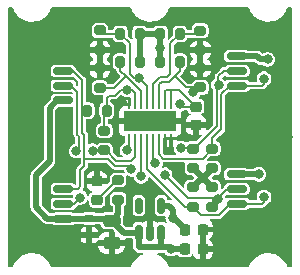
<source format=gbr>
%TF.GenerationSoftware,KiCad,Pcbnew,7.0.7-7.0.7~ubuntu23.04.1*%
%TF.CreationDate,2023-10-02T10:33:11+00:00*%
%TF.ProjectId,TFI2CADT01,54464932-4341-4445-9430-312e6b696361,rev?*%
%TF.SameCoordinates,PX7a53eb0PY6e37550*%
%TF.FileFunction,Copper,L2,Bot*%
%TF.FilePolarity,Positive*%
%FSLAX46Y46*%
G04 Gerber Fmt 4.6, Leading zero omitted, Abs format (unit mm)*
G04 Created by KiCad (PCBNEW 7.0.7-7.0.7~ubuntu23.04.1) date 2023-10-02 10:33:11*
%MOMM*%
%LPD*%
G01*
G04 APERTURE LIST*
G04 Aperture macros list*
%AMRoundRect*
0 Rectangle with rounded corners*
0 $1 Rounding radius*
0 $2 $3 $4 $5 $6 $7 $8 $9 X,Y pos of 4 corners*
0 Add a 4 corners polygon primitive as box body*
4,1,4,$2,$3,$4,$5,$6,$7,$8,$9,$2,$3,0*
0 Add four circle primitives for the rounded corners*
1,1,$1+$1,$2,$3*
1,1,$1+$1,$4,$5*
1,1,$1+$1,$6,$7*
1,1,$1+$1,$8,$9*
0 Add four rect primitives between the rounded corners*
20,1,$1+$1,$2,$3,$4,$5,0*
20,1,$1+$1,$4,$5,$6,$7,0*
20,1,$1+$1,$6,$7,$8,$9,0*
20,1,$1+$1,$8,$9,$2,$3,0*%
G04 Aperture macros list end*
%TA.AperFunction,SMDPad,CuDef*%
%ADD10RoundRect,0.200000X0.200000X0.275000X-0.200000X0.275000X-0.200000X-0.275000X0.200000X-0.275000X0*%
%TD*%
%TA.AperFunction,SMDPad,CuDef*%
%ADD11RoundRect,0.218750X-0.256250X0.218750X-0.256250X-0.218750X0.256250X-0.218750X0.256250X0.218750X0*%
%TD*%
%TA.AperFunction,SMDPad,CuDef*%
%ADD12RoundRect,0.225000X-0.225000X-0.250000X0.225000X-0.250000X0.225000X0.250000X-0.225000X0.250000X0*%
%TD*%
%TA.AperFunction,SMDPad,CuDef*%
%ADD13R,0.700000X0.600000*%
%TD*%
%TA.AperFunction,SMDPad,CuDef*%
%ADD14RoundRect,0.200000X-0.275000X0.200000X-0.275000X-0.200000X0.275000X-0.200000X0.275000X0.200000X0*%
%TD*%
%TA.AperFunction,SMDPad,CuDef*%
%ADD15RoundRect,0.200000X0.275000X-0.200000X0.275000X0.200000X-0.275000X0.200000X-0.275000X-0.200000X0*%
%TD*%
%TA.AperFunction,SMDPad,CuDef*%
%ADD16RoundRect,0.200000X-0.200000X-0.275000X0.200000X-0.275000X0.200000X0.275000X-0.200000X0.275000X0*%
%TD*%
%TA.AperFunction,SMDPad,CuDef*%
%ADD17RoundRect,0.150000X-0.700000X0.150000X-0.700000X-0.150000X0.700000X-0.150000X0.700000X0.150000X0*%
%TD*%
%TA.AperFunction,SMDPad,CuDef*%
%ADD18RoundRect,0.250000X-1.100000X0.250000X-1.100000X-0.250000X1.100000X-0.250000X1.100000X0.250000X0*%
%TD*%
%TA.AperFunction,SMDPad,CuDef*%
%ADD19RoundRect,0.150000X0.700000X-0.150000X0.700000X0.150000X-0.700000X0.150000X-0.700000X-0.150000X0*%
%TD*%
%TA.AperFunction,SMDPad,CuDef*%
%ADD20RoundRect,0.250000X1.100000X-0.250000X1.100000X0.250000X-1.100000X0.250000X-1.100000X-0.250000X0*%
%TD*%
%TA.AperFunction,SMDPad,CuDef*%
%ADD21RoundRect,0.150000X0.150000X-0.512500X0.150000X0.512500X-0.150000X0.512500X-0.150000X-0.512500X0*%
%TD*%
%TA.AperFunction,SMDPad,CuDef*%
%ADD22R,0.250000X0.650000*%
%TD*%
%TA.AperFunction,SMDPad,CuDef*%
%ADD23R,4.400000X1.660000*%
%TD*%
%TA.AperFunction,SMDPad,CuDef*%
%ADD24RoundRect,0.250000X-0.475000X0.250000X-0.475000X-0.250000X0.475000X-0.250000X0.475000X0.250000X0*%
%TD*%
%TA.AperFunction,SMDPad,CuDef*%
%ADD25RoundRect,0.225000X-0.250000X0.225000X-0.250000X-0.225000X0.250000X-0.225000X0.250000X0.225000X0*%
%TD*%
%TA.AperFunction,ViaPad*%
%ADD26C,0.800000*%
%TD*%
%TA.AperFunction,Conductor*%
%ADD27C,0.250000*%
%TD*%
%TA.AperFunction,Conductor*%
%ADD28C,0.200000*%
%TD*%
%TA.AperFunction,Conductor*%
%ADD29C,0.500000*%
%TD*%
G04 APERTURE END LIST*
D10*
%TO.P,R7,1*%
%TO.N,/XORH1*%
X15025000Y20269200D03*
%TO.P,R7,2*%
%TO.N,+3V3*%
X13375000Y20269200D03*
%TD*%
D11*
%TO.P,D1,1,K*%
%TO.N,GND*%
X8000000Y7787500D03*
%TO.P,D1,2,A*%
%TO.N,Net-(D1-A)*%
X8000000Y6212500D03*
%TD*%
D12*
%TO.P,C2,1*%
%TO.N,+5V*%
X15430200Y2032000D03*
%TO.P,C2,2*%
%TO.N,GND*%
X16980200Y2032000D03*
%TD*%
D13*
%TO.P,D2,1,K*%
%TO.N,+5V*%
X7366000Y4637000D03*
%TO.P,D2,2,A*%
%TO.N,GND*%
X7366000Y3237000D03*
%TD*%
D14*
%TO.P,R5,1*%
%TO.N,+3V3*%
X17780000Y7288800D03*
%TO.P,R5,2*%
%TO.N,/SCLout1*%
X17780000Y5638800D03*
%TD*%
D15*
%TO.P,R16,1*%
%TO.N,+3V3*%
X16129000Y8890000D03*
%TO.P,R16,2*%
%TO.N,/SCLout2*%
X16129000Y10540000D03*
%TD*%
D12*
%TO.P,C3,1*%
%TO.N,+3V3*%
X15430200Y3694000D03*
%TO.P,C3,2*%
%TO.N,GND*%
X16980200Y3694000D03*
%TD*%
D14*
%TO.P,R15,1*%
%TO.N,/XORL2*%
X8255000Y20547600D03*
%TO.P,R15,2*%
%TO.N,GND*%
X8255000Y18897600D03*
%TD*%
D16*
%TO.P,R12,1*%
%TO.N,/XORH2*%
X9975000Y17907000D03*
%TO.P,R12,2*%
%TO.N,+3V3*%
X11625000Y17907000D03*
%TD*%
D17*
%TO.P,J5,1*%
%TO.N,+5V*%
X19850000Y18375000D03*
%TO.P,J5,2*%
%TO.N,/SCLout2*%
X19850000Y17125000D03*
%TO.P,J5,3*%
%TO.N,/SDAout2*%
X19850000Y15875000D03*
%TO.P,J5,4*%
%TO.N,GND*%
X19850000Y14625000D03*
D18*
%TO.P,J5,MP*%
X23050000Y20225000D03*
X23050000Y12775000D03*
%TD*%
D14*
%TO.P,R8,1*%
%TO.N,/XORH1*%
X16764000Y20535400D03*
%TO.P,R8,2*%
%TO.N,GND*%
X16764000Y18885400D03*
%TD*%
D19*
%TO.P,J1,1*%
%TO.N,+5V*%
X5150000Y4625000D03*
%TO.P,J1,2*%
%TO.N,/SCLin*%
X5150000Y5875000D03*
%TO.P,J1,3*%
%TO.N,/SDAin*%
X5150000Y7125000D03*
%TO.P,J1,4*%
%TO.N,GND*%
X5150000Y8375000D03*
D20*
%TO.P,J1,MP*%
X1950000Y2775000D03*
X1950000Y10225000D03*
%TD*%
D16*
%TO.P,R14,1*%
%TO.N,/XORL2*%
X9975000Y20269200D03*
%TO.P,R14,2*%
%TO.N,+3V3*%
X11625000Y20269200D03*
%TD*%
D21*
%TO.P,U1,1,VIN*%
%TO.N,+5V*%
X13446800Y3434500D03*
%TO.P,U1,2,GND*%
%TO.N,GND*%
X12496800Y3434500D03*
%TO.P,U1,3,EN*%
%TO.N,+5V*%
X11546800Y3434500D03*
%TO.P,U1,4,NC*%
%TO.N,unconnected-(U1-NC-Pad4)*%
X11546800Y5709500D03*
%TO.P,U1,5,VOUT*%
%TO.N,+3V3*%
X13446800Y5709500D03*
%TD*%
D15*
%TO.P,R13,1*%
%TO.N,/XORH2*%
X8255000Y15697200D03*
%TO.P,R13,2*%
%TO.N,GND*%
X8255000Y17347200D03*
%TD*%
%TO.P,R1,1*%
%TO.N,+5V*%
X9804400Y6236200D03*
%TO.P,R1,2*%
%TO.N,Net-(D1-A)*%
X9804400Y7886200D03*
%TD*%
D14*
%TO.P,R6,1*%
%TO.N,+3V3*%
X16103600Y7264400D03*
%TO.P,R6,2*%
%TO.N,/SDAout1*%
X16103600Y5614400D03*
%TD*%
%TO.P,R2,1*%
%TO.N,+3V3*%
X8636000Y12051800D03*
%TO.P,R2,2*%
%TO.N,/SCLin*%
X8636000Y10401800D03*
%TD*%
D10*
%TO.P,R9,1*%
%TO.N,/XORL1*%
X15025000Y17907000D03*
%TO.P,R9,2*%
%TO.N,+3V3*%
X13375000Y17907000D03*
%TD*%
%TO.P,R3,1*%
%TO.N,+3V3*%
X8826000Y13766800D03*
%TO.P,R3,2*%
%TO.N,/SDAin*%
X7176000Y13766800D03*
%TD*%
D15*
%TO.P,R17,1*%
%TO.N,+3V3*%
X17780000Y8890000D03*
%TO.P,R17,2*%
%TO.N,/SDAout2*%
X17780000Y10540000D03*
%TD*%
D17*
%TO.P,J3,1*%
%TO.N,+5V*%
X19850000Y8375000D03*
%TO.P,J3,2*%
%TO.N,/SCLout1*%
X19850000Y7125000D03*
%TO.P,J3,3*%
%TO.N,/SDAout1*%
X19850000Y5875000D03*
%TO.P,J3,4*%
%TO.N,GND*%
X19850000Y4625000D03*
D18*
%TO.P,J3,MP*%
X23050000Y10225000D03*
X23050000Y2775000D03*
%TD*%
D19*
%TO.P,J2,1*%
%TO.N,+5V*%
X5150000Y14625000D03*
%TO.P,J2,2*%
%TO.N,/SCLin*%
X5150000Y15875000D03*
%TO.P,J2,3*%
%TO.N,/SDAin*%
X5150000Y17125000D03*
%TO.P,J2,4*%
%TO.N,GND*%
X5150000Y18375000D03*
D20*
%TO.P,J2,MP*%
X1950000Y12775000D03*
X1950000Y20225000D03*
%TD*%
D22*
%TO.P,U2,1,GND*%
%TO.N,GND*%
X10750000Y14277400D03*
%TO.P,U2,2,ENABLE2*%
%TO.N,+3V3*%
X11250000Y14277400D03*
%TO.P,U2,3,XORH2*%
%TO.N,/XORH2*%
X11750000Y14277400D03*
%TO.P,U2,4,XORL2*%
%TO.N,/XORL2*%
X12250000Y14277400D03*
%TO.P,U2,5,XORH1*%
%TO.N,/XORH1*%
X12750000Y14277400D03*
%TO.P,U2,6,XORL1*%
%TO.N,/XORL1*%
X13250000Y14277400D03*
%TO.P,U2,7,VCC*%
%TO.N,+3V3*%
X13750000Y14277400D03*
%TO.P,U2,8,ENABLE1*%
X14250000Y14277400D03*
%TO.P,U2,9,READY2*%
%TO.N,GND*%
X14250000Y11427400D03*
%TO.P,U2,10,READY1*%
X13750000Y11427400D03*
%TO.P,U2,11,SDAOUT2*%
%TO.N,/SDAout2*%
X13250000Y11427400D03*
%TO.P,U2,12,SDAIN*%
%TO.N,/SDAin*%
X12750000Y11427400D03*
%TO.P,U2,13,SDAOUT1*%
%TO.N,/SDAout1*%
X12250000Y11427400D03*
%TO.P,U2,14,SCLOUT1*%
%TO.N,/SCLout1*%
X11750000Y11427400D03*
%TO.P,U2,15,SCLIN*%
%TO.N,/SCLin*%
X11250000Y11427400D03*
%TO.P,U2,16,SCLOUT2*%
%TO.N,/SCLout2*%
X10750000Y11427400D03*
D23*
%TO.P,U2,17,EP*%
%TO.N,GND*%
X12500000Y12852400D03*
%TD*%
D24*
%TO.P,C1,1*%
%TO.N,+5V*%
X9245600Y4455200D03*
%TO.P,C1,2*%
%TO.N,GND*%
X9245600Y2555200D03*
%TD*%
D15*
%TO.P,R10,1*%
%TO.N,/XORL1*%
X16764000Y15735800D03*
%TO.P,R10,2*%
%TO.N,GND*%
X16764000Y17385800D03*
%TD*%
D25*
%TO.P,C4,1*%
%TO.N,+3V3*%
X16383000Y14097000D03*
%TO.P,C4,2*%
%TO.N,GND*%
X16383000Y12547000D03*
%TD*%
D26*
%TO.N,GND*%
X2146000Y18794000D03*
X2146000Y4294000D03*
X1066800Y11480800D03*
X9601200Y11125200D03*
X4846000Y9494000D03*
X10100000Y14500000D03*
X1046000Y4294000D03*
X23114000Y19151600D03*
X23977600Y19151600D03*
X20421600Y2844800D03*
X6299200Y17983200D03*
X1046000Y18794000D03*
X6299200Y19151600D03*
X1320800Y8788400D03*
X7518400Y12547600D03*
X8000000Y8900000D03*
X12547600Y7061200D03*
X23774400Y4216400D03*
X2336800Y14274800D03*
X14579600Y8991600D03*
X23146000Y11494000D03*
X10668000Y4521200D03*
X24146000Y11494000D03*
X1066800Y14274800D03*
X5994400Y2133600D03*
X2235200Y11480800D03*
%TO.N,+3V3*%
X14429777Y4695066D03*
X13375000Y19065000D03*
X17018000Y8077200D03*
X10566400Y15544800D03*
X15046000Y14294000D03*
%TO.N,+5V*%
X22446000Y18094000D03*
X21717000Y8375000D03*
X14274800Y2032000D03*
%TO.N,/SDAin*%
X10922000Y8800100D03*
X12954000Y9296400D03*
%TO.N,/SCLin*%
X6604000Y6400800D03*
X7642029Y10363200D03*
X6243018Y10334215D03*
%TO.N,/SCLout1*%
X11750000Y8194000D03*
X13766800Y8331200D03*
X18225774Y6307751D03*
%TO.N,/SDAout1*%
X22148800Y6425500D03*
%TO.N,/SCLout2*%
X18301378Y15937822D03*
X15113000Y10605500D03*
X10550500Y10421673D03*
%TO.N,/SDAout2*%
X22148800Y16459200D03*
%TO.N,/XORL1*%
X16168874Y15300370D03*
%TO.N,/XORL2*%
X11582274Y16554970D03*
%TD*%
D27*
%TO.N,GND*%
X10400000Y14800000D02*
X10100000Y14500000D01*
X14200000Y10300000D02*
X14250000Y10350000D01*
X10700000Y14800000D02*
X10400000Y14800000D01*
X10750000Y14277400D02*
X10750000Y14750000D01*
X14250000Y10350000D02*
X14250000Y11427400D01*
X13750000Y11427400D02*
X13750000Y10350000D01*
X10750000Y14750000D02*
X10700000Y14800000D01*
X13750000Y10350000D02*
X13800000Y10300000D01*
X13800000Y10300000D02*
X14200000Y10300000D01*
D28*
%TO.N,+3V3*%
X8991600Y15036800D02*
X9499600Y15036800D01*
X15343000Y14097000D02*
X15046000Y14394000D01*
D29*
X17780000Y7315200D02*
X17780000Y7288800D01*
X11625000Y20269200D02*
X11625000Y17907000D01*
X14494334Y4695066D02*
X14429777Y4695066D01*
D28*
X14250000Y15418400D02*
X14325600Y15494000D01*
D29*
X14429777Y4695066D02*
X14429777Y5382223D01*
X16916400Y8077200D02*
X16103600Y7264400D01*
D28*
X16383000Y14097000D02*
X15343000Y14097000D01*
D29*
X17018000Y8077200D02*
X16916400Y8077200D01*
D28*
X14325600Y15494000D02*
X14986000Y15494000D01*
X13817600Y15494000D02*
X14325600Y15494000D01*
X13750000Y15090000D02*
X13750000Y15426400D01*
D29*
X13375000Y20269200D02*
X11625000Y20269200D01*
X13375000Y20269200D02*
X13375000Y19065000D01*
D28*
X10007600Y15544800D02*
X10566400Y15544800D01*
D29*
X13375000Y19065000D02*
X13375000Y17907000D01*
D28*
X13750000Y14277400D02*
X13750000Y15090000D01*
D29*
X16941800Y8077200D02*
X16129000Y8890000D01*
D28*
X10972800Y15544800D02*
X10566400Y15544800D01*
X9499600Y15036800D02*
X10007600Y15544800D01*
D29*
X17018000Y8077200D02*
X17780000Y7315200D01*
D28*
X8636000Y12051800D02*
X8636000Y13576800D01*
X8826000Y14871200D02*
X8991600Y15036800D01*
X8636000Y13576800D02*
X8826000Y13766800D01*
D29*
X17780000Y8839200D02*
X17780000Y8890000D01*
X17018000Y8077200D02*
X17780000Y8839200D01*
D28*
X13750000Y15426400D02*
X13817600Y15494000D01*
X14986000Y15494000D02*
X16383000Y14097000D01*
D29*
X14102500Y5709500D02*
X13446800Y5709500D01*
X17018000Y8077200D02*
X16941800Y8077200D01*
D28*
X14250000Y14277400D02*
X14250000Y15418400D01*
X11250000Y14277400D02*
X11250000Y15267600D01*
X8826000Y13766800D02*
X8826000Y14871200D01*
D29*
X14429777Y5382223D02*
X14102500Y5709500D01*
X15430200Y3759200D02*
X14494334Y4695066D01*
D28*
X11250000Y15267600D02*
X10972800Y15544800D01*
D29*
%TO.N,+5V*%
X14122400Y2184400D02*
X14274800Y2032000D01*
X13446800Y2250400D02*
X13512800Y2184400D01*
X21717000Y8375000D02*
X20350000Y8375000D01*
X22446000Y18094000D02*
X21846960Y18094000D01*
X11546800Y3434500D02*
X11546800Y2250400D01*
X11546800Y3434500D02*
X10266300Y3434500D01*
X3815000Y4625000D02*
X2846000Y5594000D01*
X6144600Y4625000D02*
X9075800Y4625000D01*
X2846000Y5594000D02*
X2846000Y8307000D01*
X15430200Y2032000D02*
X14274800Y2032000D01*
X10266300Y3434500D02*
X9245600Y4455200D01*
X9804400Y5014000D02*
X9245600Y4455200D01*
X11612800Y2184400D02*
X13512800Y2184400D01*
X21846960Y18094000D02*
X21565960Y18375000D01*
X9075800Y4625000D02*
X9245600Y4455200D01*
X9804400Y6236200D02*
X9804400Y5014000D01*
X11546800Y2250400D02*
X11612800Y2184400D01*
X20350000Y18375000D02*
X21565960Y18375000D01*
X13446800Y3434500D02*
X13446800Y2250400D01*
X4650000Y4625000D02*
X6144600Y4625000D01*
X2846000Y8307000D02*
X3996000Y9457000D01*
X3996000Y9457000D02*
X3996000Y13971000D01*
X5150000Y4625000D02*
X3815000Y4625000D01*
X3996000Y13971000D02*
X4650000Y14625000D01*
X13512800Y2184400D02*
X14122400Y2184400D01*
D28*
%TO.N,/SDAin*%
X6942529Y9113229D02*
X6922500Y9093200D01*
X9493394Y9093200D02*
X8929123Y9657471D01*
X4650000Y7125000D02*
X6363000Y7125000D01*
X6942529Y9657471D02*
X6942529Y11688809D01*
X6731000Y11900338D02*
X6731000Y16369000D01*
X12750000Y11427400D02*
X12750000Y9500400D01*
X6942529Y11688809D02*
X6731000Y11900338D01*
X10922000Y8800100D02*
X10628900Y9093200D01*
X12750000Y9500400D02*
X12954000Y9296400D01*
X5975000Y17125000D02*
X4650000Y17125000D01*
X6922500Y9093200D02*
X6578600Y8749300D01*
X6451600Y7213600D02*
X6578600Y7340600D01*
X8929123Y9657471D02*
X6942529Y9657471D01*
X6363000Y7125000D02*
X6451600Y7213600D01*
X6578600Y8749300D02*
X6578600Y7340600D01*
X6731000Y16369000D02*
X5975000Y17125000D01*
X6942529Y9657471D02*
X6942529Y9113229D01*
X10628900Y9093200D02*
X9493394Y9093200D01*
%TO.N,/SCLin*%
X6477000Y11588652D02*
X6331000Y11734653D01*
X9652000Y9499600D02*
X10922000Y9499600D01*
X6331000Y11734653D02*
X6331000Y15360600D01*
X6477000Y10568197D02*
X6477000Y11588652D01*
X8636000Y10401800D02*
X7680629Y10401800D01*
X6243018Y10334215D02*
X6477000Y10568197D01*
X8636000Y10401800D02*
X8749800Y10401800D01*
X10922000Y9499600D02*
X11250000Y9827600D01*
X5816600Y15875000D02*
X4650000Y15875000D01*
X6604000Y6400800D02*
X6078200Y5875000D01*
X6331000Y15360600D02*
X5816600Y15875000D01*
X11250000Y9827600D02*
X11250000Y11427400D01*
X8749800Y10401800D02*
X9652000Y9499600D01*
X7680629Y10401800D02*
X7642029Y10363200D01*
X6078200Y5875000D02*
X4650000Y5875000D01*
%TO.N,Net-(D1-A)*%
X9673700Y7886200D02*
X8000000Y6212500D01*
X9804400Y7886200D02*
X9673700Y7886200D01*
%TO.N,/SCLout1*%
X17780000Y5638800D02*
X17862310Y5721110D01*
X18225774Y6307751D02*
X18152015Y6381510D01*
X18152015Y6381510D02*
X17862310Y6381510D01*
X17862310Y5721110D02*
X17862310Y6381510D01*
X11750000Y11427400D02*
X11750000Y8194000D01*
X19012200Y7125000D02*
X20350000Y7125000D01*
X15716490Y6381510D02*
X17862310Y6381510D01*
X13766800Y8331200D02*
X15716490Y6381510D01*
X18225774Y6307751D02*
X18225774Y6338574D01*
X18225774Y6338574D02*
X19012200Y7125000D01*
%TO.N,/SDAout1*%
X20350000Y5875000D02*
X21978600Y5875000D01*
X19299227Y5875000D02*
X18332113Y4907887D01*
X16810113Y4907887D02*
X16103600Y5614400D01*
X22148800Y6045200D02*
X22148800Y6425500D01*
X18332113Y4907887D02*
X16810113Y4907887D01*
X12250000Y8790000D02*
X12250000Y11427400D01*
X15425600Y5614400D02*
X12250000Y8790000D01*
X20350000Y5875000D02*
X19299227Y5875000D01*
X21978600Y5875000D02*
X22148800Y6045200D01*
X16103600Y5614400D02*
X15425600Y5614400D01*
%TO.N,/SCLout2*%
X18084800Y15717168D02*
X18142481Y15659487D01*
X16063500Y10605500D02*
X16129000Y10540000D01*
X18084800Y15721244D02*
X18084800Y15717168D01*
X18750600Y17125000D02*
X18288000Y16662400D01*
X18301378Y15937822D02*
X18084800Y15721244D01*
X18288000Y16662400D02*
X18288000Y15951200D01*
X10750000Y10621173D02*
X10550500Y10421673D01*
X18288000Y15951200D02*
X18301378Y15937822D01*
X20350000Y17125000D02*
X18750600Y17125000D01*
X18142481Y15659487D02*
X18142480Y12427480D01*
X15113000Y10605500D02*
X16063500Y10605500D01*
X10750000Y11427400D02*
X10750000Y10621173D01*
X18142480Y12427480D02*
X16020520Y10305520D01*
%TO.N,/SDAout2*%
X21971000Y15875000D02*
X22148800Y16052800D01*
X19227800Y15875000D02*
X21971000Y15875000D01*
X13597200Y9702800D02*
X13250000Y10050000D01*
X13250000Y10050000D02*
X13250000Y11427400D01*
X16942800Y9702800D02*
X13597200Y9702800D01*
X17780000Y10540000D02*
X17780000Y11430000D01*
X17780000Y10540000D02*
X16942800Y9702800D01*
X18542000Y15189200D02*
X19227800Y15875000D01*
X18542000Y12192000D02*
X18542000Y15189200D01*
X17780000Y11430000D02*
X18542000Y12192000D01*
X22148800Y16052800D02*
X22148800Y16459200D01*
%TO.N,/XORL1*%
X14570003Y16671997D02*
X15025000Y17126994D01*
X15506200Y15735800D02*
X14570003Y16671997D01*
X16103707Y15365536D02*
X16103707Y15719893D01*
X16764000Y15735800D02*
X16087800Y15735800D01*
X13490503Y16227497D02*
X14125503Y16227497D01*
X13250000Y15986994D02*
X13490503Y16227497D01*
X16087800Y15735800D02*
X15506200Y15735800D01*
X13250000Y14277400D02*
X13250000Y15986994D01*
X14125503Y16227497D02*
X14570003Y16671997D01*
X16103707Y15719893D02*
X16087800Y15735800D01*
X15025000Y17126994D02*
X15025000Y17907000D01*
%TO.N,/XORL2*%
X11131030Y16554970D02*
X10795000Y16891000D01*
X11582274Y16554970D02*
X12250000Y15887244D01*
X9975000Y20269200D02*
X8533400Y20269200D01*
X11582274Y16554970D02*
X11131030Y16554970D01*
X12250000Y15887244D02*
X12250000Y14277400D01*
X10795000Y16891000D02*
X10795000Y19449200D01*
X8533400Y20269200D02*
X8255000Y20547600D01*
X10795000Y19449200D02*
X9975000Y20269200D01*
%TO.N,/XORH1*%
X14224000Y19468200D02*
X14224000Y16891000D01*
X14224000Y16891000D02*
X13970000Y16637000D01*
X12750000Y16052000D02*
X12750000Y14277400D01*
X16497800Y20269200D02*
X16764000Y20535400D01*
X13335000Y16637000D02*
X12750000Y16052000D01*
X15025000Y20269200D02*
X14224000Y19468200D01*
X13970000Y16637000D02*
X13335000Y16637000D01*
X15025000Y20269200D02*
X16497800Y20269200D01*
%TO.N,/XORH2*%
X11750000Y14277400D02*
X11750000Y15398000D01*
X9474200Y15697200D02*
X10448997Y16671997D01*
X10448997Y16671997D02*
X9975000Y17145994D01*
X9975000Y17145994D02*
X9975000Y17907000D01*
X10969216Y16178784D02*
X11750000Y15398000D01*
X8255000Y15697200D02*
X9474200Y15697200D01*
X10942210Y16178784D02*
X10969216Y16178784D01*
X10942210Y16178784D02*
X10448997Y16671997D01*
%TD*%
%TA.AperFunction,Conductor*%
%TO.N,GND*%
G36*
X868423Y22482187D02*
G01*
X890499Y22450517D01*
X943721Y22302332D01*
X993279Y22211195D01*
X1068456Y22072947D01*
X1068458Y22072944D01*
X1068459Y22072943D01*
X1226750Y21865284D01*
X1414886Y21684222D01*
X1527491Y21605018D01*
X1628457Y21534000D01*
X1628459Y21533999D01*
X1862456Y21418139D01*
X2046937Y21359758D01*
X2111395Y21339359D01*
X2369445Y21299500D01*
X2565172Y21299500D01*
X2565177Y21299500D01*
X2760344Y21314484D01*
X2760350Y21314486D01*
X2760354Y21314486D01*
X2866647Y21339360D01*
X3014586Y21373979D01*
X3256766Y21471586D01*
X3361752Y21534001D01*
X3481204Y21605015D01*
X3481205Y21605017D01*
X3481208Y21605018D01*
X3682652Y21771148D01*
X3856375Y21966080D01*
X3998306Y22185247D01*
X4105118Y22423511D01*
X4111053Y22445110D01*
X4140352Y22486387D01*
X4182408Y22499500D01*
X6604000Y22499500D01*
X6604000Y16949256D01*
X6234006Y17319250D01*
X6213105Y17360910D01*
X6210007Y17382179D01*
X6155700Y17493266D01*
X6068266Y17580700D01*
X5957179Y17635007D01*
X5885161Y17645500D01*
X5885160Y17645500D01*
X4414840Y17645500D01*
X4342819Y17635007D01*
X4231734Y17580701D01*
X4144300Y17493267D01*
X4089993Y17382180D01*
X4079500Y17310166D01*
X4079500Y16939847D01*
X4079501Y16939835D01*
X4089993Y16867820D01*
X4144299Y16756735D01*
X4144300Y16756734D01*
X4231734Y16669300D01*
X4342821Y16614993D01*
X4414839Y16604500D01*
X5885160Y16604501D01*
X5957179Y16614993D01*
X5959795Y16616273D01*
X5962116Y16616519D01*
X5962675Y16616691D01*
X5962708Y16616582D01*
X6010131Y16621612D01*
X6044625Y16602119D01*
X6388826Y16257919D01*
X6410218Y16212043D01*
X6410500Y16205593D01*
X6410500Y15913008D01*
X6393187Y15865442D01*
X6349350Y15840132D01*
X6299500Y15848922D01*
X6284173Y15860683D01*
X6242172Y15902685D01*
X6220781Y15948561D01*
X6220499Y15955010D01*
X6220499Y16060153D01*
X6220498Y16060161D01*
X6210007Y16132179D01*
X6155700Y16243266D01*
X6068266Y16330700D01*
X5957179Y16385007D01*
X5885161Y16395500D01*
X5885160Y16395500D01*
X4414840Y16395500D01*
X4342819Y16385007D01*
X4231734Y16330701D01*
X4144300Y16243267D01*
X4089993Y16132180D01*
X4079500Y16060166D01*
X4079500Y15689847D01*
X4079501Y15689835D01*
X4089993Y15617820D01*
X4144299Y15506735D01*
X4144300Y15506734D01*
X4231734Y15419300D01*
X4342821Y15364993D01*
X4414839Y15354500D01*
X5853191Y15354501D01*
X5900757Y15337188D01*
X5905516Y15332827D01*
X5970554Y15267790D01*
X5991947Y15221914D01*
X5978847Y15173020D01*
X5937382Y15143986D01*
X5907562Y15142237D01*
X5885170Y15145499D01*
X5885166Y15145500D01*
X5885161Y15145500D01*
X5885154Y15145500D01*
X4414840Y15145500D01*
X4342819Y15135007D01*
X4231734Y15080701D01*
X4144300Y14993267D01*
X4089993Y14882180D01*
X4079500Y14810166D01*
X4079500Y14750540D01*
X4062187Y14702974D01*
X4057826Y14698214D01*
X3704696Y14345085D01*
X3692384Y14335162D01*
X3684719Y14330236D01*
X3684717Y14330234D01*
X3652287Y14292809D01*
X3650490Y14290879D01*
X3639513Y14279901D01*
X3639509Y14279897D01*
X3630210Y14267475D01*
X3628555Y14265421D01*
X3596120Y14227989D01*
X3596118Y14227985D01*
X3592332Y14219695D01*
X3584268Y14206103D01*
X3578804Y14198803D01*
X3561499Y14152403D01*
X3560488Y14149962D01*
X3539918Y14104922D01*
X3539915Y14104912D01*
X3538620Y14095904D01*
X3534710Y14080585D01*
X3531525Y14072047D01*
X3531524Y14072039D01*
X3527992Y14022654D01*
X3527710Y14020030D01*
X3525500Y14004653D01*
X3525500Y13989109D01*
X3525406Y13986489D01*
X3523234Y13956109D01*
X3521874Y13937096D01*
X3521874Y13937090D01*
X3523809Y13928192D01*
X3525499Y13912466D01*
X3525499Y9682540D01*
X3508186Y9634974D01*
X3503825Y9630214D01*
X2554696Y8681085D01*
X2542384Y8671162D01*
X2534719Y8666236D01*
X2534717Y8666234D01*
X2502287Y8628809D01*
X2500490Y8626879D01*
X2489513Y8615901D01*
X2489509Y8615897D01*
X2480210Y8603475D01*
X2478555Y8601421D01*
X2446120Y8563989D01*
X2446118Y8563985D01*
X2442332Y8555695D01*
X2434268Y8542103D01*
X2428804Y8534803D01*
X2411499Y8488403D01*
X2410488Y8485962D01*
X2389918Y8440922D01*
X2389915Y8440912D01*
X2388620Y8431904D01*
X2384710Y8416585D01*
X2381525Y8408047D01*
X2381524Y8408039D01*
X2377992Y8358654D01*
X2377710Y8356030D01*
X2375500Y8340653D01*
X2375500Y8325109D01*
X2375406Y8322489D01*
X2373234Y8292109D01*
X2371874Y8273096D01*
X2371874Y8273090D01*
X2373809Y8264196D01*
X2375500Y8248466D01*
X2375500Y5652535D01*
X2373809Y5636807D01*
X2371873Y5627910D01*
X2373553Y5604437D01*
X2375406Y5578511D01*
X2375500Y5575893D01*
X2375500Y5560346D01*
X2377711Y5544973D01*
X2377992Y5542349D01*
X2381525Y5492959D01*
X2384710Y5484419D01*
X2388620Y5469098D01*
X2389915Y5460089D01*
X2389919Y5460076D01*
X2410491Y5415029D01*
X2411502Y5412589D01*
X2428804Y5366197D01*
X2434265Y5358902D01*
X2442334Y5345302D01*
X2446118Y5337016D01*
X2446119Y5337015D01*
X2446120Y5337013D01*
X2477156Y5301196D01*
X2478549Y5299588D01*
X2480207Y5297531D01*
X2489512Y5285101D01*
X2500494Y5274119D01*
X2502294Y5272185D01*
X2534719Y5234765D01*
X2534721Y5234763D01*
X2542376Y5229844D01*
X2554698Y5219915D01*
X3440914Y4333698D01*
X3450840Y4321381D01*
X3455764Y4313720D01*
X3490186Y4283893D01*
X3493176Y4281302D01*
X3495110Y4279502D01*
X3506100Y4268512D01*
X3518537Y4259201D01*
X3520595Y4257543D01*
X3558006Y4225125D01*
X3558010Y4225123D01*
X3558013Y4225120D01*
X3566297Y4221338D01*
X3579904Y4213264D01*
X3587193Y4207807D01*
X3587194Y4207807D01*
X3587195Y4207806D01*
X3633609Y4190496D01*
X3636026Y4189494D01*
X3681082Y4168917D01*
X3686037Y4168205D01*
X3690095Y4167621D01*
X3705420Y4163710D01*
X3713959Y4160525D01*
X3763371Y4156993D01*
X3765962Y4156714D01*
X3778184Y4154956D01*
X3781343Y4154501D01*
X3781348Y4154501D01*
X3781352Y4154500D01*
X3796892Y4154500D01*
X3799509Y4154407D01*
X3848910Y4150874D01*
X3855214Y4152246D01*
X3857806Y4152809D01*
X3873535Y4154500D01*
X4244887Y4154500D01*
X4277387Y4146981D01*
X4342818Y4114994D01*
X4342819Y4114994D01*
X4342821Y4114993D01*
X4414839Y4104500D01*
X5885160Y4104501D01*
X5957179Y4114993D01*
X6022611Y4146981D01*
X6055112Y4154500D01*
X6110952Y4154500D01*
X6604000Y4154500D01*
X6604000Y500500D01*
X4179143Y500500D01*
X4131577Y517813D01*
X4109500Y549484D01*
X4056279Y697668D01*
X3931541Y927057D01*
X3773250Y1134716D01*
X3585114Y1315778D01*
X3527279Y1356458D01*
X3371542Y1466001D01*
X3371540Y1466002D01*
X3137543Y1581862D01*
X2888606Y1660641D01*
X2630555Y1700500D01*
X2434823Y1700500D01*
X2365249Y1695159D01*
X2239660Y1685517D01*
X2239645Y1685515D01*
X1985412Y1626021D01*
X1743239Y1528417D01*
X1743222Y1528408D01*
X1518795Y1394986D01*
X1518792Y1394983D01*
X1317344Y1228849D01*
X1143628Y1033925D01*
X1143624Y1033919D01*
X1001693Y814753D01*
X1001693Y814752D01*
X894886Y576500D01*
X894883Y576492D01*
X894882Y576489D01*
X894336Y574500D01*
X888947Y554891D01*
X859648Y513613D01*
X817592Y500500D01*
X574500Y500500D01*
X526934Y517813D01*
X501624Y561650D01*
X500500Y574500D01*
X500500Y22425500D01*
X517813Y22473066D01*
X561650Y22498376D01*
X574500Y22499500D01*
X820857Y22499500D01*
X868423Y22482187D01*
G37*
%TD.AperFunction*%
%TA.AperFunction,Conductor*%
G36*
X5975396Y14100153D02*
G01*
X6006762Y14060423D01*
X6010500Y14037200D01*
X6010499Y11750261D01*
X6010358Y11747035D01*
X6006793Y11706292D01*
X6006793Y11706289D01*
X6017379Y11666784D01*
X6018078Y11663632D01*
X6025182Y11623347D01*
X6027470Y11619384D01*
X6034862Y11601539D01*
X6036047Y11597117D01*
X6059506Y11563612D01*
X6061241Y11560889D01*
X6081694Y11525463D01*
X6113029Y11499170D01*
X6115410Y11496988D01*
X6134826Y11477572D01*
X6156218Y11431696D01*
X6156500Y11425246D01*
X6156500Y11009936D01*
X6139187Y10962370D01*
X6100211Y10938087D01*
X6021369Y10918653D01*
X5887945Y10848628D01*
X5775157Y10748706D01*
X5689557Y10624693D01*
X5636124Y10483801D01*
X5636122Y10483797D01*
X5617961Y10334219D01*
X5617961Y10334212D01*
X5636122Y10184634D01*
X5636124Y10184630D01*
X5689557Y10043738D01*
X5689558Y10043737D01*
X5775156Y9919726D01*
X5887945Y9819803D01*
X6021370Y9749777D01*
X6167676Y9713715D01*
X6167678Y9713715D01*
X6318358Y9713715D01*
X6318360Y9713715D01*
X6464666Y9749777D01*
X6513639Y9775481D01*
X6563802Y9782256D01*
X6604000Y9756838D01*
X6604000Y9228291D01*
X6600355Y9224312D01*
X6362998Y8986957D01*
X6360618Y8984776D01*
X6329294Y8958490D01*
X6308840Y8923065D01*
X6307107Y8920344D01*
X6283648Y8886839D01*
X6283646Y8886836D01*
X6282461Y8882412D01*
X6275074Y8864577D01*
X6272783Y8860609D01*
X6272780Y8860602D01*
X6265679Y8820331D01*
X6264981Y8817180D01*
X6254393Y8777665D01*
X6257959Y8736921D01*
X6258100Y8733694D01*
X6258100Y7569519D01*
X6240787Y7521953D01*
X6196950Y7496643D01*
X6147100Y7505433D01*
X6131774Y7517193D01*
X6068266Y7580700D01*
X5957179Y7635007D01*
X5957179Y7635008D01*
X5885161Y7645500D01*
X5885160Y7645500D01*
X4414840Y7645500D01*
X4342819Y7635007D01*
X4231734Y7580701D01*
X4144300Y7493267D01*
X4089993Y7382180D01*
X4079500Y7310166D01*
X4079500Y6939847D01*
X4079501Y6939835D01*
X4089993Y6867820D01*
X4144299Y6756735D01*
X4144300Y6756734D01*
X4231734Y6669300D01*
X4342821Y6614993D01*
X4414839Y6604500D01*
X5885160Y6604501D01*
X5910013Y6608122D01*
X5959578Y6597848D01*
X5990943Y6558117D01*
X5994141Y6525975D01*
X5985814Y6457400D01*
X5962894Y6412267D01*
X5916326Y6392427D01*
X5901687Y6393093D01*
X5885171Y6395499D01*
X5885165Y6395500D01*
X5885161Y6395500D01*
X5885154Y6395500D01*
X4414840Y6395500D01*
X4342819Y6385007D01*
X4231734Y6330701D01*
X4144300Y6243267D01*
X4089993Y6132180D01*
X4079500Y6060166D01*
X4079500Y5689847D01*
X4079501Y5689835D01*
X4089993Y5617820D01*
X4144299Y5506735D01*
X4144300Y5506734D01*
X4231734Y5419300D01*
X4342821Y5364993D01*
X4414839Y5354500D01*
X5885160Y5354501D01*
X5957179Y5364993D01*
X6068266Y5419300D01*
X6155700Y5506734D01*
X6173101Y5542329D01*
X6209542Y5577456D01*
X6212169Y5578385D01*
X6215733Y5580047D01*
X6215739Y5580048D01*
X6235899Y5594166D01*
X6249250Y5603513D01*
X6251970Y5605246D01*
X6287391Y5625695D01*
X6313686Y5657034D01*
X6315857Y5659402D01*
X6316587Y5660133D01*
X6425417Y5768964D01*
X6471291Y5790354D01*
X6495452Y5788485D01*
X6528652Y5780301D01*
X6528655Y5780301D01*
X6528658Y5780300D01*
X6528660Y5780300D01*
X6604000Y5780300D01*
X6604000Y5095500D01*
X6055113Y5095500D01*
X6022613Y5103019D01*
X5957181Y5135007D01*
X5909166Y5142003D01*
X5885161Y5145500D01*
X5885160Y5145500D01*
X4414840Y5145500D01*
X4342819Y5135007D01*
X4277388Y5103019D01*
X4244888Y5095500D01*
X4040540Y5095500D01*
X3992974Y5112813D01*
X3988214Y5117174D01*
X3338174Y5767214D01*
X3316782Y5813090D01*
X3316500Y5819540D01*
X3316500Y8081462D01*
X3333813Y8129028D01*
X3338163Y8133777D01*
X4287306Y9082920D01*
X4299619Y9092842D01*
X4307280Y9097764D01*
X4339721Y9135205D01*
X4341487Y9137101D01*
X4352487Y9148099D01*
X4361789Y9160527D01*
X4363448Y9162586D01*
X4395878Y9200011D01*
X4395877Y9200011D01*
X4395880Y9200013D01*
X4399662Y9208297D01*
X4407742Y9221913D01*
X4412517Y9228291D01*
X4413194Y9229195D01*
X4430501Y9275599D01*
X4431507Y9278028D01*
X4452083Y9323082D01*
X4453378Y9332091D01*
X4457291Y9347426D01*
X4460475Y9355960D01*
X4464009Y9405377D01*
X4464287Y9407968D01*
X4466500Y9423352D01*
X4466500Y9438884D01*
X4466593Y9441502D01*
X4470127Y9490910D01*
X4468191Y9499811D01*
X4466500Y9515540D01*
X4466500Y13745462D01*
X4483813Y13793028D01*
X4488163Y13797777D01*
X4773213Y14082828D01*
X4819089Y14104219D01*
X4825539Y14104501D01*
X5885153Y14104501D01*
X5885160Y14104501D01*
X5925833Y14110427D01*
X5975396Y14100153D01*
G37*
%TD.AperFunction*%
%TD*%
%TA.AperFunction,Conductor*%
%TO.N,GND*%
G36*
X6910904Y4142029D02*
G01*
X6929965Y4129293D01*
X6994281Y4116500D01*
X7737718Y4116501D01*
X7802035Y4129293D01*
X7821095Y4142029D01*
X7862208Y4154500D01*
X8235970Y4154500D01*
X8283536Y4137187D01*
X8305304Y4106360D01*
X8353404Y3977397D01*
X8353405Y3977396D01*
X8391375Y3926674D01*
X8434485Y3869085D01*
X8434488Y3869083D01*
X8542795Y3788006D01*
X8542796Y3788005D01*
X8606318Y3764313D01*
X8669560Y3740725D01*
X8720158Y3735285D01*
X8725599Y3734700D01*
X8725600Y3734700D01*
X9270061Y3734700D01*
X9317627Y3717387D01*
X9322387Y3713026D01*
X9485580Y3549833D01*
X9506972Y3503957D01*
X9495600Y3461515D01*
X9495600Y2805200D01*
X10370600Y2805200D01*
X10370600Y2870843D01*
X10369549Y2884193D01*
X10383076Y2932971D01*
X10424792Y2961643D01*
X10443321Y2964000D01*
X10952301Y2964000D01*
X10999867Y2946687D01*
X11025177Y2902850D01*
X11026301Y2890000D01*
X11026301Y2886834D01*
X11036793Y2814820D01*
X11068781Y2749388D01*
X11076300Y2716888D01*
X11076300Y2308935D01*
X11074609Y2293207D01*
X11072673Y2284310D01*
X11074069Y2264801D01*
X11076206Y2234911D01*
X11076300Y2232293D01*
X11076300Y2216746D01*
X11078511Y2201373D01*
X11078792Y2198749D01*
X11082325Y2149359D01*
X11085510Y2140819D01*
X11089420Y2125498D01*
X11090715Y2116489D01*
X11090719Y2116476D01*
X11111291Y2071429D01*
X11112302Y2068989D01*
X11129604Y2022597D01*
X11135065Y2015302D01*
X11143134Y2001702D01*
X11146918Y1993416D01*
X11146919Y1993415D01*
X11146920Y1993413D01*
X11177956Y1957596D01*
X11179349Y1955988D01*
X11181007Y1953931D01*
X11190312Y1941501D01*
X11201294Y1930519D01*
X11203094Y1928585D01*
X11235519Y1891165D01*
X11239519Y1887699D01*
X11238848Y1886926D01*
X11249323Y1876453D01*
X11250096Y1877122D01*
X11253562Y1873123D01*
X11253564Y1873120D01*
X11278972Y1851104D01*
X11290983Y1840696D01*
X11292917Y1838896D01*
X11303899Y1827914D01*
X11316328Y1818610D01*
X11318380Y1816956D01*
X11355813Y1784520D01*
X11364097Y1780737D01*
X11377702Y1772665D01*
X11384992Y1767208D01*
X11384995Y1767206D01*
X11431409Y1749896D01*
X11433836Y1748890D01*
X11478882Y1728317D01*
X11483837Y1727605D01*
X11487895Y1727021D01*
X11503220Y1723110D01*
X11511759Y1719925D01*
X11561171Y1716393D01*
X11563762Y1716114D01*
X11575984Y1714356D01*
X11579143Y1713901D01*
X11579148Y1713901D01*
X11579152Y1713900D01*
X11594692Y1713900D01*
X11597309Y1713807D01*
X11646710Y1710274D01*
X11653014Y1711646D01*
X11655606Y1712209D01*
X11671335Y1713900D01*
X11821891Y1713900D01*
X11869457Y1696587D01*
X11894767Y1652750D01*
X11885977Y1602900D01*
X11849554Y1571265D01*
X11743239Y1528417D01*
X11743222Y1528408D01*
X11518795Y1394986D01*
X11518792Y1394983D01*
X11317344Y1228849D01*
X11143628Y1033925D01*
X11143624Y1033919D01*
X11001693Y814753D01*
X11001693Y814752D01*
X10894886Y576500D01*
X10894883Y576492D01*
X10894882Y576489D01*
X10894336Y574500D01*
X10888947Y554891D01*
X10859648Y513613D01*
X10817592Y500500D01*
X6604000Y500500D01*
X6604000Y2305200D01*
X8120600Y2305200D01*
X8120600Y2239557D01*
X8123500Y2202707D01*
X8169318Y2045001D01*
X8252917Y1903644D01*
X8369043Y1787518D01*
X8510400Y1703919D01*
X8668108Y1658101D01*
X8668105Y1658101D01*
X8704957Y1655200D01*
X8995600Y1655200D01*
X8995600Y2305200D01*
X9495600Y2305200D01*
X9495600Y1655200D01*
X9786243Y1655200D01*
X9823093Y1658101D01*
X9980799Y1703919D01*
X10122156Y1787518D01*
X10238282Y1903644D01*
X10321881Y2045001D01*
X10367699Y2202707D01*
X10370600Y2239557D01*
X10370600Y2305200D01*
X9495600Y2305200D01*
X8995600Y2305200D01*
X8120600Y2305200D01*
X6604000Y2305200D01*
X6604000Y2987000D01*
X6616001Y2987000D01*
X6616001Y2905518D01*
X6630834Y2811852D01*
X6630835Y2811851D01*
X6688360Y2698954D01*
X6777953Y2609361D01*
X6890850Y2551836D01*
X6984518Y2537001D01*
X7116000Y2537001D01*
X7616000Y2537001D01*
X7747481Y2537001D01*
X7841148Y2551835D01*
X7841149Y2551836D01*
X7954046Y2609361D01*
X8043639Y2698954D01*
X8077189Y2764796D01*
X8114210Y2799318D01*
X8143123Y2805200D01*
X8995600Y2805200D01*
X8995600Y3455200D01*
X8704957Y3455200D01*
X8668106Y3452300D01*
X8510400Y3406482D01*
X8369043Y3322883D01*
X8252917Y3206757D01*
X8169317Y3065399D01*
X8162043Y3040356D01*
X8132148Y2999508D01*
X8090981Y2987000D01*
X7616000Y2987000D01*
X7616000Y2537001D01*
X7116000Y2537001D01*
X7116000Y2987000D01*
X6616001Y2987000D01*
X6604000Y2987000D01*
X6604000Y3487000D01*
X6616000Y3487000D01*
X7116000Y3487000D01*
X7116000Y3937000D01*
X7616000Y3937000D01*
X7616000Y3487000D01*
X8115999Y3487000D01*
X8115999Y3568483D01*
X8101165Y3662149D01*
X8101164Y3662150D01*
X8043639Y3775047D01*
X7954046Y3864640D01*
X7841149Y3922165D01*
X7747482Y3937000D01*
X7616000Y3937000D01*
X7116000Y3937000D01*
X6984518Y3937000D01*
X6984517Y3936999D01*
X6890851Y3922166D01*
X6890850Y3922165D01*
X6777953Y3864640D01*
X6688360Y3775047D01*
X6630835Y3662150D01*
X6630835Y3662149D01*
X6616000Y3568482D01*
X6616000Y3487000D01*
X6604000Y3487000D01*
X6604000Y4154500D01*
X6869792Y4154500D01*
X6910904Y4142029D01*
G37*
%TD.AperFunction*%
%TA.AperFunction,Conductor*%
G36*
X18415000Y500500D02*
G01*
X14179143Y500500D01*
X14131577Y517813D01*
X14109500Y549484D01*
X14056279Y697668D01*
X13931541Y927057D01*
X13773250Y1134716D01*
X13750095Y1157000D01*
X13585118Y1315774D01*
X13585114Y1315778D01*
X13488580Y1383678D01*
X13371542Y1466001D01*
X13371540Y1466002D01*
X13154260Y1573584D01*
X13119314Y1610205D01*
X13116084Y1660721D01*
X13146081Y1701494D01*
X13187095Y1713900D01*
X13479152Y1713900D01*
X13494692Y1713900D01*
X13497309Y1713807D01*
X13546710Y1710274D01*
X13553014Y1711646D01*
X13555606Y1712209D01*
X13571335Y1713900D01*
X13701568Y1713900D01*
X13749134Y1696587D01*
X13762466Y1681941D01*
X13801064Y1626021D01*
X13806939Y1617510D01*
X13888082Y1545623D01*
X13919727Y1517588D01*
X14053152Y1447562D01*
X14199458Y1411500D01*
X14199460Y1411500D01*
X14350140Y1411500D01*
X14350142Y1411500D01*
X14496448Y1447562D01*
X14629873Y1517588D01*
X14658432Y1542890D01*
X14705517Y1561473D01*
X14707504Y1561500D01*
X14776887Y1561500D01*
X14824453Y1544187D01*
X14836427Y1531443D01*
X14886625Y1463427D01*
X14886626Y1463426D01*
X14994682Y1383677D01*
X15121435Y1339324D01*
X15121441Y1339322D01*
X15151536Y1336500D01*
X15151543Y1336500D01*
X15708857Y1336500D01*
X15708864Y1336500D01*
X15738959Y1339322D01*
X15796612Y1359497D01*
X15865717Y1383677D01*
X15865717Y1383678D01*
X15865719Y1383678D01*
X15973774Y1463426D01*
X16021737Y1528414D01*
X16045029Y1559973D01*
X16087204Y1587965D01*
X16137505Y1582297D01*
X16172394Y1545623D01*
X16175630Y1536679D01*
X16177044Y1531810D01*
X16257428Y1395889D01*
X16369088Y1284229D01*
X16505008Y1203846D01*
X16656648Y1159790D01*
X16692087Y1157000D01*
X16730200Y1157000D01*
X16730200Y1782000D01*
X17230200Y1782000D01*
X17230200Y1157000D01*
X17268313Y1157000D01*
X17303751Y1159790D01*
X17455391Y1203846D01*
X17591311Y1284229D01*
X17702971Y1395889D01*
X17783354Y1531809D01*
X17827410Y1683449D01*
X17830200Y1718887D01*
X17830200Y1782000D01*
X17230200Y1782000D01*
X16730200Y1782000D01*
X16730200Y3444000D01*
X17230200Y3444000D01*
X17230200Y2282000D01*
X17830200Y2282000D01*
X17830200Y2345113D01*
X17827410Y2380552D01*
X17783354Y2532192D01*
X17702971Y2668112D01*
X17591310Y2779773D01*
X17558282Y2799305D01*
X17526152Y2838419D01*
X17526681Y2889035D01*
X17558282Y2926695D01*
X17591309Y2946228D01*
X17591310Y2946228D01*
X17702971Y3057889D01*
X17783354Y3193809D01*
X17827410Y3345449D01*
X17830200Y3380887D01*
X17830200Y3444000D01*
X17230200Y3444000D01*
X16730200Y3444000D01*
X16730200Y3870000D01*
X16747513Y3917566D01*
X16791350Y3942876D01*
X16804200Y3944000D01*
X17830200Y3944000D01*
X17830200Y4007113D01*
X17827410Y4042552D01*
X17783354Y4194192D01*
X17702971Y4330112D01*
X17591310Y4441773D01*
X17577918Y4449693D01*
X17545789Y4488808D01*
X17546320Y4539424D01*
X17579262Y4577857D01*
X17615588Y4587387D01*
X18316507Y4587387D01*
X18319727Y4587247D01*
X18341353Y4585355D01*
X18360475Y4583681D01*
X18360475Y4583682D01*
X18360478Y4583681D01*
X18400007Y4594275D01*
X18403120Y4594965D01*
X18415000Y4597060D01*
X18415000Y500500D01*
G37*
%TD.AperFunction*%
%TA.AperFunction,Conductor*%
G36*
X10587750Y8274190D02*
G01*
X10595619Y8270630D01*
X10700352Y8215662D01*
X10846658Y8179600D01*
X10846660Y8179600D01*
X10997340Y8179600D01*
X10997342Y8179600D01*
X11041830Y8190566D01*
X11092157Y8185140D01*
X11127223Y8148634D01*
X11133000Y8127636D01*
X11143104Y8044419D01*
X11143105Y8044416D01*
X11143106Y8044414D01*
X11157396Y8006735D01*
X11196539Y7903523D01*
X11282139Y7779510D01*
X11394927Y7679588D01*
X11445390Y7653103D01*
X11528352Y7609562D01*
X11674658Y7573500D01*
X11674660Y7573500D01*
X11825340Y7573500D01*
X11825342Y7573500D01*
X11971648Y7609562D01*
X12105073Y7679588D01*
X12217862Y7779511D01*
X12303460Y7903522D01*
X12356894Y8044414D01*
X12358652Y8058900D01*
X12381572Y8104031D01*
X12428140Y8123872D01*
X12476567Y8109138D01*
X12484439Y8102305D01*
X14294968Y6291776D01*
X14316360Y6245900D01*
X14303259Y6197005D01*
X14261795Y6167971D01*
X14232120Y6166202D01*
X14227414Y6166878D01*
X14212081Y6170790D01*
X14203541Y6173975D01*
X14154151Y6177508D01*
X14151527Y6177789D01*
X14136154Y6180000D01*
X14136148Y6180000D01*
X14120608Y6180000D01*
X14117990Y6180094D01*
X14083482Y6182561D01*
X14068595Y6183626D01*
X14068586Y6183626D01*
X14059694Y6181691D01*
X14043965Y6180000D01*
X14041299Y6180000D01*
X13993733Y6197313D01*
X13968423Y6241150D01*
X13967299Y6254000D01*
X13967299Y6257153D01*
X13967298Y6257161D01*
X13956807Y6329179D01*
X13902500Y6440266D01*
X13815066Y6527700D01*
X13703979Y6582007D01*
X13631961Y6592500D01*
X13631960Y6592500D01*
X13261646Y6592500D01*
X13261634Y6592499D01*
X13189619Y6582007D01*
X13078534Y6527701D01*
X12991100Y6440267D01*
X12936793Y6329180D01*
X12926300Y6257166D01*
X12926300Y5161841D01*
X12936793Y5089820D01*
X12991099Y4978735D01*
X12991100Y4978734D01*
X13078534Y4891300D01*
X13189621Y4836993D01*
X13261639Y4826500D01*
X13631960Y4826501D01*
X13703979Y4836993D01*
X13707012Y4838477D01*
X13757348Y4843818D01*
X13799341Y4815554D01*
X13813342Y4766909D01*
X13812978Y4763079D01*
X13804720Y4695063D01*
X13822881Y4545485D01*
X13822882Y4545482D01*
X13822883Y4545480D01*
X13831729Y4522156D01*
X13876316Y4404589D01*
X13905125Y4362852D01*
X13917897Y4313871D01*
X13896197Y4268139D01*
X13850178Y4247055D01*
X13811723Y4254334D01*
X13703979Y4307007D01*
X13631961Y4317500D01*
X13631960Y4317500D01*
X13261646Y4317500D01*
X13261634Y4317499D01*
X13189620Y4307007D01*
X13152698Y4288957D01*
X13102361Y4283621D01*
X13061236Y4310725D01*
X13039367Y4339563D01*
X12918892Y4430923D01*
X12778245Y4486386D01*
X12746800Y4490163D01*
X12746800Y3258500D01*
X12729487Y3210934D01*
X12685650Y3185624D01*
X12672800Y3184500D01*
X12320800Y3184500D01*
X12273234Y3201813D01*
X12247924Y3245650D01*
X12246800Y3258500D01*
X12246800Y4490163D01*
X12215354Y4486386D01*
X12074707Y4430923D01*
X11954232Y4339563D01*
X11954231Y4339562D01*
X11932362Y4310724D01*
X11889825Y4283285D01*
X11840900Y4288958D01*
X11803981Y4307007D01*
X11755967Y4314003D01*
X11731961Y4317500D01*
X11731960Y4317500D01*
X11361646Y4317500D01*
X11361634Y4317499D01*
X11289619Y4307007D01*
X11178534Y4252701D01*
X11091100Y4165267D01*
X11036793Y4054180D01*
X11026300Y3982166D01*
X11026300Y3979000D01*
X11008987Y3931434D01*
X10965150Y3906124D01*
X10952300Y3905000D01*
X10491840Y3905000D01*
X10444274Y3922313D01*
X10439514Y3926674D01*
X10212774Y4153414D01*
X10191382Y4199290D01*
X10191100Y4205740D01*
X10191100Y4714776D01*
X10202086Y4752195D01*
X10202081Y4752197D01*
X10202097Y4752234D01*
X10202846Y4754782D01*
X10204275Y4757008D01*
X10204280Y4757013D01*
X10208062Y4765297D01*
X10216142Y4778913D01*
X10221594Y4786195D01*
X10238901Y4832599D01*
X10239907Y4835028D01*
X10260483Y4880082D01*
X10261778Y4889091D01*
X10265691Y4904426D01*
X10268875Y4912960D01*
X10272409Y4962377D01*
X10272687Y4964968D01*
X10274900Y4980352D01*
X10274900Y4995884D01*
X10274993Y4998502D01*
X10278527Y5047910D01*
X10276591Y5056811D01*
X10274900Y5072540D01*
X10274900Y5161841D01*
X11026300Y5161841D01*
X11036793Y5089820D01*
X11091099Y4978735D01*
X11091100Y4978734D01*
X11178534Y4891300D01*
X11289621Y4836993D01*
X11361639Y4826500D01*
X11731960Y4826501D01*
X11803979Y4836993D01*
X11915066Y4891300D01*
X12002500Y4978734D01*
X12056807Y5089821D01*
X12067300Y5161839D01*
X12067299Y6257160D01*
X12056807Y6329179D01*
X12002500Y6440266D01*
X11915066Y6527700D01*
X11803979Y6582007D01*
X11731961Y6592500D01*
X11731960Y6592500D01*
X11361646Y6592500D01*
X11361634Y6592499D01*
X11289619Y6582007D01*
X11178534Y6527701D01*
X11091100Y6440267D01*
X11036793Y6329180D01*
X11026300Y6257166D01*
X11026300Y5161841D01*
X10274900Y5161841D01*
X10274900Y5618526D01*
X10292213Y5666092D01*
X10315306Y5684461D01*
X10318874Y5686280D01*
X10329645Y5691767D01*
X10423833Y5785955D01*
X10484305Y5904638D01*
X10499900Y6003103D01*
X10499899Y6469296D01*
X10497788Y6482623D01*
X10484305Y6567763D01*
X10484304Y6567764D01*
X10472734Y6590472D01*
X10423833Y6686445D01*
X10329645Y6780633D01*
X10236023Y6828336D01*
X10210963Y6841105D01*
X10112497Y6856700D01*
X9496302Y6856700D01*
X9397837Y6841106D01*
X9397836Y6841105D01*
X9279153Y6780632D01*
X9184968Y6686447D01*
X9124495Y6567764D01*
X9124495Y6567763D01*
X9108900Y6469298D01*
X9108900Y6003103D01*
X9124494Y5904638D01*
X9124495Y5904637D01*
X9140081Y5874048D01*
X9184850Y5786184D01*
X9184968Y5785954D01*
X9279155Y5691767D01*
X9293494Y5684461D01*
X9328017Y5647442D01*
X9333900Y5618526D01*
X9333900Y5249700D01*
X9316587Y5202134D01*
X9272750Y5176824D01*
X9259900Y5175700D01*
X8725599Y5175700D01*
X8669560Y5169675D01*
X8669555Y5169674D01*
X8542798Y5122396D01*
X8542795Y5122395D01*
X8542795Y5122394D01*
X8526583Y5110259D01*
X8482239Y5095500D01*
X7898126Y5095500D01*
X7857014Y5107971D01*
X7802034Y5144708D01*
X7750510Y5154956D01*
X7737719Y5157500D01*
X7737718Y5157500D01*
X6994286Y5157500D01*
X6929965Y5144708D01*
X6874986Y5107971D01*
X6833874Y5095500D01*
X6604000Y5095500D01*
X6604000Y5780300D01*
X6679340Y5780300D01*
X6679342Y5780300D01*
X6825648Y5816362D01*
X6959073Y5886388D01*
X7071862Y5986311D01*
X7157460Y6110322D01*
X7161309Y6120472D01*
X7194360Y6158807D01*
X7244323Y6166929D01*
X7287818Y6141036D01*
X7304500Y6094232D01*
X7304500Y5940856D01*
X7304501Y5940843D01*
X7307282Y5911169D01*
X7307283Y5911163D01*
X7348512Y5793339D01*
X7351016Y5786184D01*
X7386541Y5738049D01*
X7426090Y5684461D01*
X7429645Y5679645D01*
X7536184Y5601016D01*
X7590894Y5581872D01*
X7661159Y5557285D01*
X7661161Y5557285D01*
X7661166Y5557283D01*
X7690845Y5554500D01*
X8309154Y5554501D01*
X8338834Y5557283D01*
X8463816Y5601016D01*
X8570355Y5679645D01*
X8648984Y5786184D01*
X8692717Y5911166D01*
X8695500Y5940845D01*
X8695499Y6424094D01*
X8712812Y6471659D01*
X8717162Y6476408D01*
X9484781Y7244028D01*
X9530657Y7265419D01*
X9537107Y7265701D01*
X10112497Y7265701D01*
X10210962Y7281295D01*
X10329645Y7341767D01*
X10423833Y7435955D01*
X10484305Y7554638D01*
X10499900Y7653103D01*
X10499899Y8119296D01*
X10488142Y8193532D01*
X10497801Y8243218D01*
X10537139Y8275073D01*
X10587750Y8274190D01*
G37*
%TD.AperFunction*%
%TA.AperFunction,Conductor*%
G36*
X8813281Y9319658D02*
G01*
X8818041Y9315297D01*
X9255736Y8877602D01*
X9257908Y8875232D01*
X9276547Y8853019D01*
X9284203Y8843895D01*
X9319630Y8823441D01*
X9322340Y8821715D01*
X9340373Y8809089D01*
X9355856Y8798248D01*
X9360268Y8797066D01*
X9378122Y8789672D01*
X9382086Y8787383D01*
X9422373Y8780280D01*
X9425515Y8779583D01*
X9465029Y8768994D01*
X9505779Y8772560D01*
X9509000Y8772700D01*
X10234712Y8772700D01*
X10282278Y8755387D01*
X10307588Y8711550D01*
X10308168Y8707648D01*
X10312024Y8675900D01*
X10315106Y8650513D01*
X10347037Y8566319D01*
X10347717Y8515704D01*
X10315703Y8476495D01*
X10265975Y8467036D01*
X10244250Y8474144D01*
X10210963Y8491105D01*
X10112497Y8506700D01*
X9496302Y8506700D01*
X9397837Y8491106D01*
X9397836Y8491105D01*
X9279153Y8430632D01*
X9184968Y8336447D01*
X9124495Y8217764D01*
X9124495Y8217763D01*
X9108900Y8119298D01*
X9108900Y7805309D01*
X9091587Y7757743D01*
X9087226Y7752983D01*
X8893418Y7559174D01*
X8847542Y7537782D01*
X8841092Y7537500D01*
X7125000Y7537500D01*
X7125000Y7506257D01*
X7127760Y7471186D01*
X7171376Y7321061D01*
X7250956Y7186499D01*
X7361498Y7075957D01*
X7496060Y6996377D01*
X7565066Y6976329D01*
X7605914Y6946433D01*
X7617988Y6897275D01*
X7595640Y6851857D01*
X7568863Y6835420D01*
X7536184Y6823985D01*
X7429645Y6745356D01*
X7429644Y6745355D01*
X7351015Y6638815D01*
X7334729Y6592272D01*
X7302678Y6553093D01*
X7252941Y6543683D01*
X7208792Y6568444D01*
X7195691Y6590472D01*
X7195008Y6592272D01*
X7157460Y6691278D01*
X7071862Y6815289D01*
X7062047Y6823984D01*
X6959072Y6915213D01*
X6825649Y6985238D01*
X6825231Y6985396D01*
X6825050Y6985552D01*
X6821685Y6987318D01*
X6822095Y6988100D01*
X6786896Y7018452D01*
X6778776Y7068415D01*
X6803908Y7111275D01*
X6827905Y7131409D01*
X6848370Y7166859D01*
X6850077Y7169539D01*
X6873552Y7203061D01*
X6874737Y7207487D01*
X6882131Y7225333D01*
X6884417Y7229292D01*
X6891521Y7269585D01*
X6892218Y7272725D01*
X6892625Y7274242D01*
X6902806Y7312235D01*
X6902029Y7321111D01*
X6901474Y7327457D01*
X6899240Y7352987D01*
X6899100Y7356207D01*
X6899100Y8037500D01*
X7125000Y8037500D01*
X7750000Y8037500D01*
X7750000Y8625000D01*
X8250000Y8625000D01*
X8250000Y8037500D01*
X8875000Y8037500D01*
X8875000Y8068743D01*
X8872239Y8103815D01*
X8828623Y8253940D01*
X8749043Y8388502D01*
X8638501Y8499044D01*
X8503939Y8578624D01*
X8353814Y8622240D01*
X8318743Y8625000D01*
X8250000Y8625000D01*
X7750000Y8625000D01*
X7681257Y8625000D01*
X7646185Y8622240D01*
X7496060Y8578624D01*
X7361498Y8499044D01*
X7250956Y8388502D01*
X7171376Y8253940D01*
X7127760Y8103815D01*
X7125000Y8068743D01*
X7125000Y8037500D01*
X6899100Y8037500D01*
X6899100Y8585893D01*
X6916413Y8633459D01*
X6920763Y8638209D01*
X7158138Y8875584D01*
X7160483Y8877733D01*
X7191834Y8904038D01*
X7212299Y8939488D01*
X7214006Y8942168D01*
X7237481Y8975690D01*
X7238664Y8980109D01*
X7246058Y8997960D01*
X7248346Y9001921D01*
X7255451Y9042221D01*
X7256148Y9045361D01*
X7266734Y9084864D01*
X7266412Y9088541D01*
X7265005Y9104624D01*
X7263169Y9125609D01*
X7263029Y9128828D01*
X7263029Y9262971D01*
X7280342Y9310537D01*
X7324179Y9335847D01*
X7337029Y9336971D01*
X8765715Y9336971D01*
X8813281Y9319658D01*
G37*
%TD.AperFunction*%
%TA.AperFunction,Conductor*%
G36*
X15457804Y9364987D02*
G01*
X15483114Y9321150D01*
X15476172Y9274704D01*
X15449095Y9221565D01*
X15449095Y9221563D01*
X15433500Y9123098D01*
X15433500Y8656903D01*
X15449094Y8558438D01*
X15449095Y8558437D01*
X15466343Y8524586D01*
X15509567Y8439755D01*
X15603755Y8345567D01*
X15722438Y8285095D01*
X15820903Y8269500D01*
X16053460Y8269501D01*
X16101026Y8252188D01*
X16105786Y8247827D01*
X16211386Y8142227D01*
X16232778Y8096351D01*
X16219677Y8047456D01*
X16211386Y8037575D01*
X16080385Y7906574D01*
X16034509Y7885182D01*
X16028059Y7884900D01*
X15795502Y7884900D01*
X15697037Y7869306D01*
X15697036Y7869305D01*
X15578353Y7808832D01*
X15484168Y7714647D01*
X15423695Y7595964D01*
X15423695Y7595963D01*
X15408100Y7497498D01*
X15408100Y7321808D01*
X15390787Y7274242D01*
X15346950Y7248932D01*
X15297100Y7257722D01*
X15281774Y7269482D01*
X14398732Y8152524D01*
X14377340Y8198400D01*
X14377598Y8213770D01*
X14381734Y8247827D01*
X14390958Y8323793D01*
X14391857Y8331197D01*
X14391857Y8331204D01*
X14373695Y8480782D01*
X14373694Y8480784D01*
X14373694Y8480786D01*
X14320260Y8621678D01*
X14234662Y8745689D01*
X14223715Y8755387D01*
X14121872Y8845613D01*
X13988451Y8915637D01*
X13988448Y8915638D01*
X13842142Y8951700D01*
X13691458Y8951700D01*
X13691455Y8951700D01*
X13602700Y8929823D01*
X13552373Y8935250D01*
X13517308Y8971756D01*
X13513913Y9022261D01*
X13515795Y9027902D01*
X13560894Y9146814D01*
X13562689Y9161591D01*
X13579057Y9296397D01*
X13579057Y9296403D01*
X13578695Y9299385D01*
X13590151Y9348690D01*
X13630620Y9379097D01*
X13652156Y9382300D01*
X15410238Y9382300D01*
X15457804Y9364987D01*
G37*
%TD.AperFunction*%
%TA.AperFunction,Conductor*%
G36*
X18415000Y7708493D02*
G01*
X18399433Y7739045D01*
X18305245Y7833233D01*
X18247034Y7862893D01*
X18186563Y7893705D01*
X18088098Y7909300D01*
X18088097Y7909300D01*
X17881940Y7909300D01*
X17834374Y7926613D01*
X17829614Y7930974D01*
X17735713Y8024875D01*
X17714321Y8070751D01*
X17727422Y8119646D01*
X17735713Y8129527D01*
X17784864Y8178677D01*
X17854013Y8247827D01*
X17899891Y8269219D01*
X17906340Y8269501D01*
X18088097Y8269501D01*
X18186562Y8285095D01*
X18305245Y8345567D01*
X18399433Y8439755D01*
X18415000Y8470307D01*
X18415000Y7708493D01*
G37*
%TD.AperFunction*%
%TA.AperFunction,Conductor*%
G36*
X6606585Y9755203D02*
G01*
X6622029Y9709957D01*
X6622029Y9276638D01*
X6604716Y9229072D01*
X6604000Y9228291D01*
X6604000Y9756838D01*
X6606585Y9755203D01*
G37*
%TD.AperFunction*%
%TA.AperFunction,Conductor*%
G36*
X18415000Y9309693D02*
G01*
X18399433Y9340245D01*
X18305245Y9434433D01*
X18247034Y9464093D01*
X18186563Y9494905D01*
X18088097Y9510500D01*
X17471902Y9510500D01*
X17378235Y9495665D01*
X17328546Y9505324D01*
X17296691Y9544663D01*
X17297575Y9595274D01*
X17314332Y9621078D01*
X17591082Y9897827D01*
X17636959Y9919219D01*
X17643408Y9919501D01*
X18088097Y9919501D01*
X18186562Y9935095D01*
X18305245Y9995567D01*
X18399433Y10089755D01*
X18415000Y10120307D01*
X18415000Y9309693D01*
G37*
%TD.AperFunction*%
%TA.AperFunction,Conductor*%
G36*
X10868423Y22482187D02*
G01*
X10890499Y22450517D01*
X10943721Y22302332D01*
X10993279Y22211195D01*
X11068456Y22072947D01*
X11068458Y22072944D01*
X11068459Y22072943D01*
X11226750Y21865284D01*
X11414886Y21684222D01*
X11527491Y21605018D01*
X11628457Y21534000D01*
X11628459Y21533999D01*
X11862456Y21418139D01*
X12046937Y21359758D01*
X12111395Y21339359D01*
X12369445Y21299500D01*
X12565172Y21299500D01*
X12565177Y21299500D01*
X12760344Y21314484D01*
X12760350Y21314486D01*
X12760354Y21314486D01*
X12866647Y21339360D01*
X13014586Y21373979D01*
X13256766Y21471586D01*
X13361752Y21534001D01*
X13481204Y21605015D01*
X13481205Y21605017D01*
X13481208Y21605018D01*
X13682652Y21771148D01*
X13856375Y21966080D01*
X13998306Y22185247D01*
X14105118Y22423511D01*
X14111053Y22445110D01*
X14140352Y22486387D01*
X14182408Y22499500D01*
X18415000Y22499500D01*
X18415000Y17242658D01*
X18072398Y16900057D01*
X18070018Y16897876D01*
X18038694Y16871590D01*
X18018240Y16836165D01*
X18016507Y16833444D01*
X17993048Y16799939D01*
X17993046Y16799936D01*
X17991861Y16795512D01*
X17984474Y16777677D01*
X17982183Y16773709D01*
X17982180Y16773702D01*
X17975079Y16733431D01*
X17974381Y16730280D01*
X17963793Y16690765D01*
X17967359Y16650021D01*
X17967500Y16646794D01*
X17967500Y16504317D01*
X17950187Y16456751D01*
X17942572Y16448928D01*
X17833517Y16352313D01*
X17747917Y16228300D01*
X17694484Y16087408D01*
X17694482Y16087404D01*
X17676321Y15937826D01*
X17676321Y15937819D01*
X17694482Y15788241D01*
X17694484Y15788237D01*
X17747917Y15647345D01*
X17747918Y15647344D01*
X17779530Y15601545D01*
X17786976Y15585435D01*
X17787111Y15585497D01*
X17789847Y15579629D01*
X17808155Y15553484D01*
X17814594Y15542336D01*
X17815036Y15541389D01*
X17821980Y15510092D01*
X17821980Y12590889D01*
X17804667Y12543323D01*
X17800306Y12538563D01*
X17364830Y12103088D01*
X17318953Y12081696D01*
X17270059Y12094797D01*
X17241025Y12136261D01*
X17241443Y12176060D01*
X17255210Y12223445D01*
X17258000Y12258887D01*
X17258000Y12297000D01*
X16633000Y12297000D01*
X16633000Y11697000D01*
X16696113Y11697000D01*
X16731555Y11699790D01*
X16778940Y11713557D01*
X16829447Y11710203D01*
X16865983Y11675168D01*
X16871450Y11624845D01*
X16851912Y11590170D01*
X16443916Y11182174D01*
X16398040Y11160782D01*
X16391590Y11160500D01*
X15820902Y11160500D01*
X15722437Y11144906D01*
X15722433Y11144904D01*
X15603756Y11084435D01*
X15599292Y11081191D01*
X15550634Y11067238D01*
X15506725Y11085669D01*
X15468073Y11119912D01*
X15468072Y11119913D01*
X15334651Y11189937D01*
X15334648Y11189938D01*
X15188342Y11226000D01*
X15037658Y11226000D01*
X15037657Y11226000D01*
X15015129Y11220447D01*
X14891352Y11189938D01*
X14891350Y11189938D01*
X14891346Y11189936D01*
X14883385Y11185758D01*
X14833221Y11178985D01*
X14790440Y11206041D01*
X14774999Y11251284D01*
X14775000Y11302400D01*
X14375000Y11302400D01*
X14375000Y10702401D01*
X14406482Y10702401D01*
X14409381Y10702629D01*
X14409495Y10701173D01*
X14454346Y10692470D01*
X14486215Y10653143D01*
X14489716Y10620112D01*
X14487943Y10605503D01*
X14487943Y10605497D01*
X14506104Y10455919D01*
X14506106Y10455915D01*
X14559539Y10315023D01*
X14571593Y10297560D01*
X14634129Y10206960D01*
X14645139Y10191010D01*
X14688394Y10152689D01*
X14712517Y10108188D01*
X14702391Y10058592D01*
X14662755Y10027108D01*
X14639322Y10023300D01*
X13760608Y10023300D01*
X13713042Y10040613D01*
X13708282Y10044974D01*
X13592174Y10161083D01*
X13570782Y10206960D01*
X13570500Y10213409D01*
X13570500Y10628402D01*
X13587813Y10675968D01*
X13613257Y10690659D01*
X13625000Y10702402D01*
X13625000Y11302400D01*
X13875000Y11302400D01*
X13875000Y10702401D01*
X13906481Y10702401D01*
X13988422Y10715379D01*
X14011574Y10715379D01*
X14093517Y10702401D01*
X14124999Y10702402D01*
X14125000Y10702402D01*
X14125000Y11302400D01*
X13875000Y11302400D01*
X13625000Y11302400D01*
X13625000Y11478400D01*
X13642313Y11525966D01*
X13686150Y11551276D01*
X13699000Y11552400D01*
X14774999Y11552400D01*
X14774999Y11567177D01*
X14792312Y11614743D01*
X14820414Y11633695D01*
X14819958Y11634590D01*
X14938046Y11694761D01*
X15027639Y11784354D01*
X15085164Y11897251D01*
X15085164Y11897252D01*
X15100000Y11990919D01*
X15100000Y12297000D01*
X15508000Y12297000D01*
X15508000Y12258887D01*
X15510789Y12223449D01*
X15554845Y12071809D01*
X15635228Y11935889D01*
X15746888Y11824229D01*
X15882808Y11743846D01*
X16034448Y11699790D01*
X16069887Y11697000D01*
X16133000Y11697000D01*
X16133000Y12297000D01*
X15508000Y12297000D01*
X15100000Y12297000D01*
X15100000Y12602400D01*
X9900001Y12602400D01*
X9900001Y11990918D01*
X9914834Y11897252D01*
X9914835Y11897251D01*
X9972360Y11784354D01*
X10061953Y11694761D01*
X10174850Y11637236D01*
X10268517Y11622401D01*
X10330499Y11622401D01*
X10378065Y11605089D01*
X10403376Y11561252D01*
X10404500Y11548401D01*
X10404500Y11082733D01*
X10387187Y11035167D01*
X10348214Y11010884D01*
X10335329Y11007708D01*
X10328852Y11006111D01*
X10328851Y11006111D01*
X10328849Y11006110D01*
X10195427Y10936086D01*
X10082639Y10836164D01*
X9997039Y10712151D01*
X9943606Y10571259D01*
X9943604Y10571255D01*
X9925443Y10421677D01*
X9925443Y10421670D01*
X9943604Y10272092D01*
X9943605Y10272089D01*
X9943606Y10272087D01*
X9963870Y10218654D01*
X9997039Y10131196D01*
X9997040Y10131195D01*
X10057407Y10043737D01*
X10082639Y10007183D01*
X10147761Y9949490D01*
X10171885Y9904989D01*
X10161759Y9855393D01*
X10122123Y9823908D01*
X10098690Y9820100D01*
X9815407Y9820100D01*
X9767841Y9837413D01*
X9763081Y9841774D01*
X9353173Y10251683D01*
X9331781Y10297560D01*
X9331499Y10304009D01*
X9331499Y10634898D01*
X9315905Y10733363D01*
X9315904Y10733364D01*
X9303991Y10756745D01*
X9255433Y10852045D01*
X9161245Y10946233D01*
X9070082Y10992683D01*
X9042563Y11006705D01*
X8944097Y11022300D01*
X8327902Y11022300D01*
X8229437Y11006706D01*
X8229433Y11006704D01*
X8110756Y10946235D01*
X8110752Y10946232D01*
X8065135Y10900615D01*
X8019259Y10879223D01*
X7978421Y10887417D01*
X7863680Y10947637D01*
X7863677Y10947638D01*
X7717371Y10983700D01*
X7566687Y10983700D01*
X7566686Y10983700D01*
X7420377Y10947637D01*
X7371418Y10921941D01*
X7321254Y10915166D01*
X7278472Y10942220D01*
X7263029Y10987465D01*
X7263029Y11673203D01*
X7263170Y11676430D01*
X7266735Y11717174D01*
X7256147Y11756686D01*
X7255448Y11759840D01*
X7248346Y11800115D01*
X7248346Y11800116D01*
X7248346Y11800117D01*
X7246058Y11804080D01*
X7238667Y11821922D01*
X7237481Y11826348D01*
X7214020Y11859853D01*
X7212285Y11862577D01*
X7192266Y11897251D01*
X7191834Y11898000D01*
X7160492Y11924299D01*
X7158122Y11926471D01*
X7073174Y12011420D01*
X7051782Y12057297D01*
X7051500Y12063746D01*
X7051500Y12997301D01*
X7068813Y13044867D01*
X7112650Y13070177D01*
X7125500Y13071301D01*
X7409097Y13071301D01*
X7507562Y13086895D01*
X7626245Y13147367D01*
X7720433Y13241555D01*
X7780905Y13360238D01*
X7796500Y13458703D01*
X7796499Y14074896D01*
X7791810Y14104501D01*
X7780905Y14173363D01*
X7780904Y14173364D01*
X7767941Y14198805D01*
X7720433Y14292045D01*
X7626245Y14386233D01*
X7568034Y14415893D01*
X7507563Y14446705D01*
X7409098Y14462300D01*
X7409097Y14462300D01*
X7125500Y14462300D01*
X7077934Y14479613D01*
X7052624Y14523450D01*
X7051500Y14536300D01*
X7051500Y15464103D01*
X7559500Y15464103D01*
X7575094Y15365638D01*
X7575095Y15365637D01*
X7605907Y15305165D01*
X7635567Y15246955D01*
X7729755Y15152767D01*
X7848438Y15092295D01*
X7946903Y15076700D01*
X8448783Y15076701D01*
X8496349Y15059388D01*
X8521659Y15015551D01*
X8519359Y14989225D01*
X8521306Y14988881D01*
X8513079Y14942231D01*
X8512381Y14939080D01*
X8501793Y14899565D01*
X8504542Y14868146D01*
X8504880Y14864288D01*
X8505359Y14858821D01*
X8505500Y14855594D01*
X8505500Y14497689D01*
X8488187Y14450123D01*
X8465096Y14431755D01*
X8375753Y14386232D01*
X8281568Y14292047D01*
X8221095Y14173364D01*
X8221095Y14173363D01*
X8205500Y14074898D01*
X8205500Y13458703D01*
X8221094Y13360238D01*
X8221095Y13360237D01*
X8281568Y13241554D01*
X8293826Y13229296D01*
X8315218Y13183420D01*
X8315500Y13176970D01*
X8315500Y12733538D01*
X8298187Y12685972D01*
X8254350Y12660662D01*
X8253076Y12660449D01*
X8229437Y12656705D01*
X8229436Y12656705D01*
X8110753Y12596232D01*
X8016568Y12502047D01*
X7956095Y12383364D01*
X7956095Y12383363D01*
X7940500Y12284898D01*
X7940500Y11818703D01*
X7956094Y11720238D01*
X7956095Y11720237D01*
X7983331Y11666784D01*
X8016567Y11601555D01*
X8110755Y11507367D01*
X8229438Y11446895D01*
X8327903Y11431300D01*
X8944096Y11431301D01*
X8944097Y11431301D01*
X9042562Y11446895D01*
X9161245Y11507367D01*
X9255433Y11601555D01*
X9315905Y11720238D01*
X9331500Y11818703D01*
X9331499Y12284896D01*
X9315905Y12383362D01*
X9315905Y12383363D01*
X9315904Y12383364D01*
X9314751Y12385625D01*
X9255433Y12502045D01*
X9161245Y12596233D01*
X9042562Y12656705D01*
X9042561Y12656706D01*
X9018924Y12660449D01*
X8974651Y12684990D01*
X8956511Y12732247D01*
X8956500Y12733538D01*
X8956500Y12997301D01*
X8973813Y13044867D01*
X9017650Y13070177D01*
X9030500Y13071301D01*
X9059097Y13071301D01*
X9157562Y13086895D01*
X9276245Y13147367D01*
X9370433Y13241555D01*
X9430905Y13360238D01*
X9446500Y13458703D01*
X9446499Y14074896D01*
X9441810Y14104501D01*
X9430905Y14173363D01*
X9430904Y14173364D01*
X9417941Y14198805D01*
X9370433Y14292045D01*
X9276245Y14386233D01*
X9231713Y14408923D01*
X9186904Y14431755D01*
X9152382Y14468776D01*
X9146500Y14497689D01*
X9146500Y14642300D01*
X9163813Y14689866D01*
X9207650Y14715176D01*
X9220500Y14716300D01*
X9483994Y14716300D01*
X9487214Y14716160D01*
X9512851Y14713917D01*
X9527963Y14712594D01*
X9527963Y14712595D01*
X9527965Y14712594D01*
X9567483Y14723184D01*
X9570615Y14723879D01*
X9610908Y14730983D01*
X9614872Y14733273D01*
X9632714Y14740663D01*
X9637139Y14741848D01*
X9657299Y14755966D01*
X9670650Y14765313D01*
X9673370Y14767046D01*
X9708791Y14787495D01*
X9735086Y14818834D01*
X9737246Y14821192D01*
X10021619Y15105566D01*
X10067493Y15126956D01*
X10116388Y15113855D01*
X10123005Y15108635D01*
X10211327Y15030388D01*
X10289757Y14989225D01*
X10303263Y14982137D01*
X10337335Y14944703D01*
X10339374Y14894125D01*
X10321201Y14864288D01*
X10297360Y14840447D01*
X10239835Y14727550D01*
X10239835Y14727549D01*
X10225000Y14633882D01*
X10225000Y14402400D01*
X10801000Y14402400D01*
X10848566Y14385087D01*
X10873876Y14341250D01*
X10875000Y14328400D01*
X10875000Y14226400D01*
X10857687Y14178834D01*
X10813850Y14153524D01*
X10801000Y14152400D01*
X10225000Y14152400D01*
X10225000Y14137624D01*
X10207687Y14090058D01*
X10179587Y14071103D01*
X10180042Y14070210D01*
X10061953Y14010040D01*
X9972360Y13920447D01*
X9914835Y13807550D01*
X9914835Y13807549D01*
X9900000Y13713882D01*
X9900000Y13102400D01*
X15099999Y13102400D01*
X15099999Y13610265D01*
X15117312Y13657831D01*
X15156285Y13682114D01*
X15267648Y13709562D01*
X15379039Y13768025D01*
X15413428Y13776500D01*
X15641925Y13776500D01*
X15689491Y13759187D01*
X15711772Y13726941D01*
X15734677Y13661483D01*
X15814425Y13553427D01*
X15814426Y13553426D01*
X15910973Y13482171D01*
X15938964Y13439996D01*
X15933296Y13389695D01*
X15896622Y13354805D01*
X15887680Y13351571D01*
X15882812Y13350157D01*
X15882811Y13350156D01*
X15746888Y13269772D01*
X15635228Y13158112D01*
X15554845Y13022192D01*
X15510789Y12870552D01*
X15508000Y12835113D01*
X15508000Y12797000D01*
X17258000Y12797000D01*
X17258000Y12835113D01*
X17255210Y12870552D01*
X17211154Y13022192D01*
X17130771Y13158112D01*
X17019111Y13269772D01*
X16883190Y13350156D01*
X16878321Y13351570D01*
X16837475Y13381467D01*
X16825402Y13430626D01*
X16847752Y13476043D01*
X16855027Y13482171D01*
X16951570Y13553423D01*
X16951570Y13553424D01*
X16951574Y13553426D01*
X17031322Y13661481D01*
X17032983Y13666226D01*
X17065511Y13759187D01*
X17075678Y13788241D01*
X17078500Y13818336D01*
X17078500Y14375664D01*
X17075678Y14405759D01*
X17075676Y14405765D01*
X17031323Y14532518D01*
X16951574Y14640574D01*
X16951573Y14640575D01*
X16843517Y14720324D01*
X16716764Y14764677D01*
X16716761Y14764678D01*
X16716759Y14764678D01*
X16688748Y14767305D01*
X16643008Y14788982D01*
X16621902Y14834991D01*
X16634758Y14883018D01*
X16636731Y14885877D01*
X16636736Y14885881D01*
X16722334Y15009892D01*
X16739989Y15056444D01*
X16744198Y15067542D01*
X16777253Y15105878D01*
X16813389Y15115301D01*
X17072097Y15115301D01*
X17170562Y15130895D01*
X17289245Y15191367D01*
X17383433Y15285555D01*
X17443905Y15404238D01*
X17459500Y15502703D01*
X17459499Y15968896D01*
X17458026Y15978194D01*
X17443905Y16067363D01*
X17443904Y16067364D01*
X17433691Y16087408D01*
X17383433Y16186045D01*
X17289245Y16280233D01*
X17215712Y16317700D01*
X17170563Y16340705D01*
X17072097Y16356300D01*
X16455902Y16356300D01*
X16357437Y16340706D01*
X16357436Y16340705D01*
X16238753Y16280232D01*
X16144568Y16186047D01*
X16099045Y16096704D01*
X16062024Y16062182D01*
X16033111Y16056300D01*
X15669607Y16056300D01*
X15622041Y16073613D01*
X15617281Y16077974D01*
X15075584Y16619671D01*
X15054192Y16665547D01*
X15067293Y16714442D01*
X15075584Y16724323D01*
X15151200Y16799939D01*
X15240608Y16889348D01*
X15242954Y16891498D01*
X15274305Y16917803D01*
X15294754Y16953224D01*
X15296487Y16955944D01*
X15309799Y16974956D01*
X15319952Y16989455D01*
X15321137Y16993880D01*
X15328529Y17011724D01*
X15330817Y17015686D01*
X15337921Y17055979D01*
X15338618Y17059119D01*
X15349206Y17098629D01*
X15345953Y17135800D01*
X15890407Y17135800D01*
X15904443Y17029172D01*
X15904444Y17029168D01*
X15964900Y16883213D01*
X16061075Y16757876D01*
X16186412Y16661701D01*
X16332369Y16601244D01*
X16449678Y16585801D01*
X16513999Y16585801D01*
X16514000Y16585802D01*
X16514000Y17135800D01*
X17014000Y17135800D01*
X17014000Y16585801D01*
X17078321Y16585801D01*
X17195628Y16601244D01*
X17195632Y16601245D01*
X17341587Y16661701D01*
X17466924Y16757876D01*
X17563099Y16883213D01*
X17623555Y17029168D01*
X17623556Y17029171D01*
X17637594Y17135800D01*
X17014000Y17135800D01*
X16514000Y17135800D01*
X15890407Y17135800D01*
X15345953Y17135800D01*
X15345640Y17139381D01*
X15345500Y17142601D01*
X15345500Y17176112D01*
X15362813Y17223678D01*
X15385905Y17242046D01*
X15386085Y17242139D01*
X15475245Y17287567D01*
X15569433Y17381755D01*
X15629905Y17500438D01*
X15645500Y17598903D01*
X15645500Y17635800D01*
X15890406Y17635800D01*
X16514000Y17635800D01*
X16514000Y18635400D01*
X17014000Y18635400D01*
X17014000Y17635800D01*
X17637593Y17635800D01*
X17637593Y17635801D01*
X17623556Y17742429D01*
X17623555Y17742433D01*
X17563099Y17888388D01*
X17466923Y18013726D01*
X17466922Y18013727D01*
X17384604Y18076892D01*
X17357406Y18119584D01*
X17364013Y18169769D01*
X17384604Y18194308D01*
X17466922Y18257474D01*
X17466923Y18257475D01*
X17563099Y18382813D01*
X17623555Y18528768D01*
X17623556Y18528771D01*
X17637594Y18635400D01*
X17014000Y18635400D01*
X16514000Y18635400D01*
X15890407Y18635400D01*
X15904443Y18528772D01*
X15904444Y18528768D01*
X15964900Y18382813D01*
X16061075Y18257476D01*
X16143396Y18194308D01*
X16170593Y18151616D01*
X16163986Y18101430D01*
X16143396Y18076892D01*
X16061075Y18013725D01*
X15964900Y17888388D01*
X15904444Y17742433D01*
X15904443Y17742430D01*
X15890406Y17635800D01*
X15645500Y17635800D01*
X15645499Y18215096D01*
X15638787Y18257475D01*
X15629905Y18313563D01*
X15629904Y18313564D01*
X15628751Y18315825D01*
X15569433Y18432245D01*
X15475245Y18526433D01*
X15400085Y18564729D01*
X15356563Y18586905D01*
X15258097Y18602500D01*
X14791902Y18602500D01*
X14693438Y18586906D01*
X14652095Y18565840D01*
X14601853Y18559672D01*
X14559401Y18587241D01*
X14544500Y18631775D01*
X14544500Y19135400D01*
X15890406Y19135400D01*
X16514000Y19135400D01*
X16514000Y19685400D01*
X17014000Y19685400D01*
X17014000Y19135400D01*
X17637593Y19135400D01*
X17637593Y19135401D01*
X17623556Y19242029D01*
X17623555Y19242033D01*
X17563099Y19387988D01*
X17466924Y19513325D01*
X17341587Y19609500D01*
X17195630Y19669957D01*
X17078321Y19685400D01*
X17014000Y19685400D01*
X16514000Y19685400D01*
X16449678Y19685400D01*
X16332371Y19669957D01*
X16332367Y19669956D01*
X16186412Y19609500D01*
X16061075Y19513325D01*
X15964900Y19387988D01*
X15904444Y19242033D01*
X15904443Y19242030D01*
X15890406Y19135400D01*
X14544500Y19135400D01*
X14544500Y19304793D01*
X14561813Y19352359D01*
X14566164Y19357109D01*
X14761083Y19552028D01*
X14806957Y19573419D01*
X14813385Y19573701D01*
X15258096Y19573701D01*
X15258097Y19573701D01*
X15356562Y19589295D01*
X15475245Y19649767D01*
X15569433Y19743955D01*
X15629905Y19862638D01*
X15633648Y19886276D01*
X15658190Y19930549D01*
X15705447Y19948689D01*
X15706738Y19948700D01*
X16303944Y19948700D01*
X16337539Y19940634D01*
X16357437Y19930496D01*
X16357437Y19930495D01*
X16373031Y19928026D01*
X16455903Y19914900D01*
X17072096Y19914901D01*
X17072097Y19914901D01*
X17170562Y19930495D01*
X17289245Y19990967D01*
X17383433Y20085155D01*
X17443905Y20203838D01*
X17459500Y20302303D01*
X17459499Y20768496D01*
X17455389Y20794445D01*
X17443905Y20866963D01*
X17443904Y20866964D01*
X17437688Y20879164D01*
X17383433Y20985645D01*
X17289245Y21079833D01*
X17217820Y21116226D01*
X17170563Y21140305D01*
X17072097Y21155900D01*
X16455902Y21155900D01*
X16357437Y21140306D01*
X16357436Y21140305D01*
X16238753Y21079832D01*
X16144568Y20985647D01*
X16084095Y20866964D01*
X16084095Y20866963D01*
X16068500Y20768498D01*
X16068500Y20663700D01*
X16051187Y20616134D01*
X16007350Y20590824D01*
X15994500Y20589700D01*
X15706738Y20589700D01*
X15659172Y20607013D01*
X15633862Y20650850D01*
X15633649Y20652124D01*
X15631815Y20663700D01*
X15629905Y20675762D01*
X15569433Y20794445D01*
X15475245Y20888633D01*
X15417035Y20918293D01*
X15356563Y20949105D01*
X15258097Y20964700D01*
X14791902Y20964700D01*
X14693437Y20949106D01*
X14693436Y20949105D01*
X14574753Y20888632D01*
X14480568Y20794447D01*
X14420095Y20675764D01*
X14420095Y20675763D01*
X14404500Y20577298D01*
X14404500Y20132609D01*
X14387187Y20085043D01*
X14382826Y20080283D01*
X14106080Y19803538D01*
X14060203Y19782146D01*
X14011309Y19795247D01*
X13982275Y19836712D01*
X13980665Y19867438D01*
X13995500Y19961103D01*
X13995499Y20577296D01*
X13989348Y20616134D01*
X13979905Y20675763D01*
X13979904Y20675764D01*
X13978751Y20678025D01*
X13919433Y20794445D01*
X13825245Y20888633D01*
X13767034Y20918293D01*
X13706563Y20949105D01*
X13608097Y20964700D01*
X13141902Y20964700D01*
X13043437Y20949106D01*
X13043436Y20949105D01*
X12924753Y20888632D01*
X12830568Y20794447D01*
X12830566Y20794445D01*
X12830567Y20794445D01*
X12823258Y20780102D01*
X12786239Y20745582D01*
X12757326Y20739700D01*
X12242674Y20739700D01*
X12195108Y20757013D01*
X12176741Y20780101D01*
X12169433Y20794445D01*
X12075245Y20888633D01*
X12017035Y20918293D01*
X11956563Y20949105D01*
X11858097Y20964700D01*
X11391902Y20964700D01*
X11293437Y20949106D01*
X11293436Y20949105D01*
X11174753Y20888632D01*
X11080568Y20794447D01*
X11020095Y20675764D01*
X11020095Y20675763D01*
X11004500Y20577298D01*
X11004500Y19961103D01*
X11019335Y19867436D01*
X11009676Y19817747D01*
X10970337Y19785892D01*
X10919726Y19786776D01*
X10893920Y19803535D01*
X10617173Y20080282D01*
X10595781Y20126158D01*
X10595499Y20132608D01*
X10595499Y20577298D01*
X10579905Y20675763D01*
X10579904Y20675764D01*
X10578751Y20678025D01*
X10519433Y20794445D01*
X10425245Y20888633D01*
X10367034Y20918293D01*
X10306563Y20949105D01*
X10208097Y20964700D01*
X9741902Y20964700D01*
X9643437Y20949106D01*
X9643436Y20949105D01*
X9524753Y20888632D01*
X9430567Y20794446D01*
X9430567Y20794445D01*
X9370095Y20675763D01*
X9370094Y20675762D01*
X9366351Y20652124D01*
X9341810Y20607851D01*
X9294553Y20589711D01*
X9293262Y20589700D01*
X9024499Y20589700D01*
X8976933Y20607013D01*
X8951623Y20650850D01*
X8950499Y20663700D01*
X8950499Y20780698D01*
X8934905Y20879163D01*
X8934904Y20879164D01*
X8899267Y20949105D01*
X8874433Y20997845D01*
X8780245Y21092033D01*
X8685504Y21140306D01*
X8661563Y21152505D01*
X8563097Y21168100D01*
X7946902Y21168100D01*
X7848437Y21152506D01*
X7848436Y21152505D01*
X7729753Y21092032D01*
X7635568Y20997847D01*
X7575095Y20879164D01*
X7575095Y20879163D01*
X7559500Y20780698D01*
X7559500Y20314503D01*
X7575094Y20216038D01*
X7575095Y20216037D01*
X7605907Y20155565D01*
X7635567Y20097355D01*
X7729755Y20003167D01*
X7848438Y19942695D01*
X7946903Y19927100D01*
X8563096Y19927101D01*
X8563097Y19927101D01*
X8595917Y19932299D01*
X8661562Y19942695D01*
X8661565Y19942697D01*
X8667101Y19944495D01*
X8667571Y19943048D01*
X8691113Y19948700D01*
X9293262Y19948700D01*
X9340828Y19931387D01*
X9366138Y19887550D01*
X9366351Y19886276D01*
X9370095Y19862638D01*
X9370095Y19862637D01*
X9383305Y19836712D01*
X9430567Y19743955D01*
X9524755Y19649767D01*
X9643438Y19589295D01*
X9741903Y19573700D01*
X10186591Y19573701D01*
X10234157Y19556388D01*
X10238917Y19552027D01*
X10452826Y19338119D01*
X10474218Y19292243D01*
X10474500Y19285793D01*
X10474500Y18622094D01*
X10457187Y18574528D01*
X10413350Y18549218D01*
X10366905Y18556159D01*
X10306562Y18586905D01*
X10208097Y18602500D01*
X9741902Y18602500D01*
X9643437Y18586906D01*
X9643436Y18586905D01*
X9524753Y18526432D01*
X9430568Y18432247D01*
X9370095Y18313564D01*
X9370095Y18313563D01*
X9354500Y18215098D01*
X9354500Y17598903D01*
X9370094Y17500438D01*
X9370095Y17500437D01*
X9398015Y17445641D01*
X9430567Y17381755D01*
X9524755Y17287567D01*
X9596092Y17251219D01*
X9614095Y17242046D01*
X9648617Y17205026D01*
X9654500Y17176112D01*
X9654500Y17161601D01*
X9654359Y17158374D01*
X9650793Y17117631D01*
X9661382Y17078112D01*
X9662080Y17074962D01*
X9664874Y17059119D01*
X9669183Y17034686D01*
X9671471Y17030723D01*
X9678861Y17012882D01*
X9680046Y17008459D01*
X9680048Y17008455D01*
X9703504Y16974956D01*
X9705240Y16972232D01*
X9716217Y16953219D01*
X9725695Y16936803D01*
X9757031Y16910509D01*
X9759400Y16908338D01*
X9943415Y16724323D01*
X9964807Y16678447D01*
X9951706Y16629552D01*
X9943415Y16619671D01*
X9363118Y16039374D01*
X9317242Y16017982D01*
X9310792Y16017700D01*
X8985889Y16017700D01*
X8938323Y16035013D01*
X8919955Y16058104D01*
X8882211Y16132179D01*
X8874433Y16147445D01*
X8780245Y16241633D01*
X8704490Y16280232D01*
X8661563Y16302105D01*
X8563097Y16317700D01*
X7946902Y16317700D01*
X7848437Y16302106D01*
X7848436Y16302105D01*
X7729753Y16241632D01*
X7635568Y16147447D01*
X7575095Y16028764D01*
X7575095Y16028763D01*
X7559500Y15930298D01*
X7559500Y15464103D01*
X7051500Y15464103D01*
X7051500Y16353402D01*
X7051641Y16356628D01*
X7053362Y16376293D01*
X7055205Y16397365D01*
X7053843Y16402446D01*
X7044619Y16436870D01*
X7043919Y16440025D01*
X7042349Y16448928D01*
X7036817Y16480308D01*
X7034529Y16484271D01*
X7027138Y16502113D01*
X7025952Y16506539D01*
X7016449Y16520109D01*
X7002491Y16540044D01*
X7000756Y16542768D01*
X6980305Y16578191D01*
X6948973Y16604482D01*
X6946592Y16606663D01*
X6604000Y16949256D01*
X6604000Y17097200D01*
X7381407Y17097200D01*
X7395443Y16990572D01*
X7395444Y16990568D01*
X7455900Y16844613D01*
X7552075Y16719276D01*
X7677412Y16623101D01*
X7823369Y16562644D01*
X7940678Y16547201D01*
X8004999Y16547201D01*
X8005000Y16547202D01*
X8005000Y17097200D01*
X8505000Y17097200D01*
X8505000Y16547201D01*
X8569321Y16547201D01*
X8686628Y16562644D01*
X8686632Y16562645D01*
X8832587Y16623101D01*
X8957924Y16719276D01*
X9054099Y16844613D01*
X9114555Y16990568D01*
X9114556Y16990571D01*
X9128594Y17097200D01*
X8505000Y17097200D01*
X8005000Y17097200D01*
X7381407Y17097200D01*
X6604000Y17097200D01*
X6604000Y17597200D01*
X7381406Y17597200D01*
X8005000Y17597200D01*
X8005000Y18647600D01*
X8505000Y18647600D01*
X8505000Y17597200D01*
X9128593Y17597200D01*
X9128593Y17597201D01*
X9114556Y17703829D01*
X9114555Y17703833D01*
X9054099Y17849788D01*
X8957923Y17975126D01*
X8957922Y17975127D01*
X8842502Y18063692D01*
X8815304Y18106384D01*
X8821911Y18156569D01*
X8842502Y18181108D01*
X8957922Y18269674D01*
X8957923Y18269675D01*
X9054099Y18395013D01*
X9114555Y18540968D01*
X9114556Y18540971D01*
X9128594Y18647600D01*
X8505000Y18647600D01*
X8005000Y18647600D01*
X7381407Y18647600D01*
X7395443Y18540972D01*
X7395444Y18540968D01*
X7455900Y18395013D01*
X7552075Y18269676D01*
X7667498Y18181108D01*
X7694695Y18138416D01*
X7688088Y18088230D01*
X7667498Y18063692D01*
X7552075Y17975125D01*
X7455900Y17849788D01*
X7395444Y17703833D01*
X7395443Y17703830D01*
X7381406Y17597200D01*
X6604000Y17597200D01*
X6604000Y19147600D01*
X7381406Y19147600D01*
X8005000Y19147600D01*
X8005000Y19697600D01*
X8505000Y19697600D01*
X8505000Y19147600D01*
X9128593Y19147600D01*
X9128593Y19147601D01*
X9114556Y19254229D01*
X9114555Y19254233D01*
X9054099Y19400188D01*
X8957924Y19525525D01*
X8832587Y19621700D01*
X8686630Y19682157D01*
X8569321Y19697600D01*
X8505000Y19697600D01*
X8005000Y19697600D01*
X7940678Y19697600D01*
X7823371Y19682157D01*
X7823367Y19682156D01*
X7677412Y19621700D01*
X7552075Y19525525D01*
X7455900Y19400188D01*
X7395444Y19254233D01*
X7395443Y19254230D01*
X7381406Y19147600D01*
X6604000Y19147600D01*
X6604000Y22499500D01*
X10820857Y22499500D01*
X10868423Y22482187D01*
G37*
%TD.AperFunction*%
%TA.AperFunction,Conductor*%
G36*
X18415000Y10959693D02*
G01*
X18399433Y10990245D01*
X18305245Y11084433D01*
X18186562Y11144905D01*
X18186561Y11144906D01*
X18162924Y11148649D01*
X18118651Y11173190D01*
X18100511Y11220447D01*
X18100500Y11221738D01*
X18100500Y11266594D01*
X18117813Y11314160D01*
X18122163Y11318909D01*
X18415000Y11611747D01*
X18415000Y10959693D01*
G37*
%TD.AperFunction*%
%TD*%
%TA.AperFunction,Conductor*%
%TO.N,GND*%
G36*
X20868423Y22482187D02*
G01*
X20890499Y22450517D01*
X20943721Y22302332D01*
X20993279Y22211195D01*
X21068456Y22072947D01*
X21068458Y22072944D01*
X21068459Y22072943D01*
X21226750Y21865284D01*
X21414886Y21684222D01*
X21527491Y21605018D01*
X21628457Y21534000D01*
X21628459Y21533999D01*
X21862456Y21418139D01*
X22046937Y21359758D01*
X22111395Y21339359D01*
X22369445Y21299500D01*
X22565172Y21299500D01*
X22565177Y21299500D01*
X22760344Y21314484D01*
X22760350Y21314486D01*
X22760354Y21314486D01*
X22866647Y21339360D01*
X23014586Y21373979D01*
X23256766Y21471586D01*
X23361752Y21534001D01*
X23481204Y21605015D01*
X23481205Y21605017D01*
X23481208Y21605018D01*
X23682652Y21771148D01*
X23856375Y21966080D01*
X23998306Y22185247D01*
X24105118Y22423511D01*
X24111053Y22445110D01*
X24140352Y22486387D01*
X24182408Y22499500D01*
X24425500Y22499500D01*
X24473066Y22482187D01*
X24498376Y22438350D01*
X24499500Y22425500D01*
X24499500Y574500D01*
X24482187Y526934D01*
X24438350Y501624D01*
X24425500Y500500D01*
X24179143Y500500D01*
X24131577Y517813D01*
X24109500Y549484D01*
X24056279Y697668D01*
X23931541Y927057D01*
X23773250Y1134716D01*
X23585114Y1315778D01*
X23527279Y1356458D01*
X23371542Y1466001D01*
X23371540Y1466002D01*
X23137543Y1581862D01*
X22888606Y1660641D01*
X22630555Y1700500D01*
X22434823Y1700500D01*
X22365249Y1695159D01*
X22239660Y1685517D01*
X22239645Y1685515D01*
X21985412Y1626021D01*
X21743239Y1528417D01*
X21743222Y1528408D01*
X21518795Y1394986D01*
X21518792Y1394983D01*
X21317344Y1228849D01*
X21143628Y1033925D01*
X21143624Y1033919D01*
X21001693Y814753D01*
X21001693Y814752D01*
X20894886Y576500D01*
X20894883Y576492D01*
X20894882Y576489D01*
X20894336Y574500D01*
X20888947Y554891D01*
X20859648Y513613D01*
X20817592Y500500D01*
X18415000Y500500D01*
X18415000Y4597060D01*
X18443421Y4602070D01*
X18447380Y4604357D01*
X18465236Y4611753D01*
X18469651Y4612935D01*
X18503162Y4636400D01*
X18505881Y4638131D01*
X18541304Y4658582D01*
X18567598Y4689920D01*
X18569759Y4692279D01*
X19210308Y5332828D01*
X19256185Y5354219D01*
X19262634Y5354501D01*
X20585153Y5354501D01*
X20585160Y5354501D01*
X20657179Y5364993D01*
X20768266Y5419300D01*
X20855700Y5506734D01*
X20858763Y5513001D01*
X20895206Y5548129D01*
X20925244Y5554500D01*
X21962994Y5554500D01*
X21966214Y5554360D01*
X21991851Y5552117D01*
X22006963Y5550794D01*
X22006963Y5550795D01*
X22006965Y5550794D01*
X22046483Y5561384D01*
X22049615Y5562079D01*
X22089908Y5569183D01*
X22093872Y5571473D01*
X22111714Y5578863D01*
X22116139Y5580048D01*
X22149653Y5603517D01*
X22152353Y5605237D01*
X22187791Y5625695D01*
X22214081Y5657028D01*
X22216252Y5659398D01*
X22364403Y5807550D01*
X22366762Y5809711D01*
X22398105Y5836009D01*
X22403597Y5845523D01*
X22433292Y5874046D01*
X22503873Y5911088D01*
X22616662Y6011011D01*
X22702260Y6135022D01*
X22755694Y6275914D01*
X22755999Y6278420D01*
X22773857Y6425497D01*
X22773857Y6425504D01*
X22755695Y6575082D01*
X22755694Y6575084D01*
X22755694Y6575086D01*
X22702260Y6715978D01*
X22616662Y6839989D01*
X22585246Y6867821D01*
X22503872Y6939913D01*
X22370451Y7009937D01*
X22370448Y7009938D01*
X22224142Y7046000D01*
X22073458Y7046000D01*
X22073457Y7046000D01*
X21927148Y7009937D01*
X21793727Y6939913D01*
X21680939Y6839991D01*
X21595339Y6715978D01*
X21541906Y6575086D01*
X21541904Y6575082D01*
X21523743Y6425504D01*
X21523743Y6425497D01*
X21541601Y6278420D01*
X21530148Y6229113D01*
X21489681Y6198704D01*
X21468141Y6195500D01*
X20925244Y6195500D01*
X20877678Y6212813D01*
X20858763Y6236999D01*
X20855700Y6243266D01*
X20768266Y6330700D01*
X20657179Y6385007D01*
X20585161Y6395500D01*
X20585160Y6395500D01*
X19114840Y6395500D01*
X19042819Y6385007D01*
X18946159Y6337753D01*
X18895822Y6332416D01*
X18853831Y6360683D01*
X18840199Y6395314D01*
X18833235Y6452669D01*
X18844688Y6501976D01*
X18854364Y6513910D01*
X18946777Y6606323D01*
X18992652Y6627714D01*
X19031602Y6620477D01*
X19042818Y6614994D01*
X19042819Y6614994D01*
X19042821Y6614993D01*
X19114839Y6604500D01*
X20585160Y6604501D01*
X20657179Y6614993D01*
X20768266Y6669300D01*
X20855700Y6756734D01*
X20910007Y6867821D01*
X20920500Y6939839D01*
X20920499Y7310160D01*
X20910007Y7382179D01*
X20855700Y7493266D01*
X20768266Y7580700D01*
X20657179Y7635007D01*
X20585161Y7645500D01*
X20585160Y7645500D01*
X19114840Y7645500D01*
X19042819Y7635007D01*
X18931734Y7580701D01*
X18844300Y7493267D01*
X18789992Y7382178D01*
X18789075Y7375885D01*
X18768175Y7334232D01*
X18601825Y7167883D01*
X18555948Y7146491D01*
X18507054Y7159592D01*
X18478020Y7201057D01*
X18475499Y7220205D01*
X18475499Y7521896D01*
X18459905Y7620362D01*
X18459905Y7620363D01*
X18459904Y7620364D01*
X18447097Y7645499D01*
X18415000Y7708494D01*
X18415000Y8189847D01*
X18779500Y8189847D01*
X18779501Y8189835D01*
X18789993Y8117820D01*
X18844299Y8006735D01*
X18844300Y8006734D01*
X18931734Y7919300D01*
X19042821Y7864993D01*
X19114839Y7854500D01*
X20585160Y7854501D01*
X20657179Y7864993D01*
X20704937Y7888341D01*
X20722612Y7896981D01*
X20755112Y7904500D01*
X21284296Y7904500D01*
X21331862Y7887187D01*
X21333367Y7885890D01*
X21361927Y7860588D01*
X21495352Y7790562D01*
X21641658Y7754500D01*
X21641660Y7754500D01*
X21792340Y7754500D01*
X21792342Y7754500D01*
X21938648Y7790562D01*
X22072073Y7860588D01*
X22184862Y7960511D01*
X22270460Y8084522D01*
X22323894Y8225414D01*
X22326068Y8243314D01*
X22342057Y8374997D01*
X22342057Y8375004D01*
X22323895Y8524582D01*
X22323894Y8524584D01*
X22323894Y8524586D01*
X22270460Y8665478D01*
X22184862Y8789489D01*
X22162738Y8809089D01*
X22072072Y8889413D01*
X21938651Y8959437D01*
X21938648Y8959438D01*
X21792342Y8995500D01*
X21641658Y8995500D01*
X21641657Y8995500D01*
X21495348Y8959437D01*
X21361927Y8889413D01*
X21333367Y8864110D01*
X21286283Y8845527D01*
X21284296Y8845500D01*
X20755113Y8845500D01*
X20722613Y8853019D01*
X20657181Y8885007D01*
X20609166Y8892003D01*
X20585161Y8895500D01*
X20585160Y8895500D01*
X19114840Y8895500D01*
X19042819Y8885007D01*
X18931734Y8830701D01*
X18844300Y8743267D01*
X18789993Y8632180D01*
X18779500Y8560166D01*
X18779500Y8189847D01*
X18415000Y8189847D01*
X18415000Y8470307D01*
X18459905Y8558438D01*
X18475500Y8656903D01*
X18475499Y9123096D01*
X18459905Y9221562D01*
X18459905Y9221563D01*
X18459904Y9221564D01*
X18458342Y9224629D01*
X18415000Y9309694D01*
X18415000Y10120307D01*
X18459905Y10208438D01*
X18475500Y10306903D01*
X18475499Y10773096D01*
X18459905Y10871562D01*
X18459905Y10871563D01*
X18459904Y10871564D01*
X18458342Y10874629D01*
X18415000Y10959694D01*
X18415000Y11611745D01*
X18757608Y11954354D01*
X18759967Y11956515D01*
X18791305Y11982809D01*
X18811757Y12018235D01*
X18813491Y12020956D01*
X18836952Y12054462D01*
X18838134Y12058877D01*
X18845530Y12076733D01*
X18847817Y12080692D01*
X18854922Y12120993D01*
X18855612Y12124106D01*
X18866206Y12163635D01*
X18862640Y12204387D01*
X18862500Y12207607D01*
X18862500Y15025793D01*
X18879813Y15073359D01*
X18884163Y15078108D01*
X19138882Y15332828D01*
X19184758Y15354219D01*
X19191208Y15354501D01*
X20585153Y15354501D01*
X20585160Y15354501D01*
X20657179Y15364993D01*
X20768266Y15419300D01*
X20855700Y15506734D01*
X20858763Y15513001D01*
X20895206Y15548129D01*
X20925244Y15554500D01*
X21955394Y15554500D01*
X21958614Y15554360D01*
X21984251Y15552117D01*
X21999363Y15550794D01*
X21999363Y15550795D01*
X21999365Y15550794D01*
X22038883Y15561384D01*
X22042015Y15562079D01*
X22082308Y15569183D01*
X22086272Y15571473D01*
X22104114Y15578863D01*
X22108539Y15580048D01*
X22142053Y15603517D01*
X22144753Y15605237D01*
X22180191Y15625695D01*
X22206481Y15657028D01*
X22208652Y15659398D01*
X22364404Y15815150D01*
X22366761Y15817310D01*
X22398105Y15843609D01*
X22418560Y15879042D01*
X22420280Y15881743D01*
X22431198Y15897335D01*
X22457421Y15920409D01*
X22503873Y15944788D01*
X22616662Y16044711D01*
X22702260Y16168722D01*
X22755694Y16309614D01*
X22758255Y16330700D01*
X22773857Y16459197D01*
X22773857Y16459204D01*
X22755695Y16608782D01*
X22755694Y16608784D01*
X22755694Y16608786D01*
X22702260Y16749678D01*
X22616662Y16873689D01*
X22588183Y16898919D01*
X22503872Y16973613D01*
X22370451Y17043637D01*
X22370448Y17043638D01*
X22224142Y17079700D01*
X22073458Y17079700D01*
X22073457Y17079700D01*
X21927148Y17043637D01*
X21793727Y16973613D01*
X21680939Y16873691D01*
X21595339Y16749678D01*
X21541906Y16608786D01*
X21541904Y16608782D01*
X21523743Y16459204D01*
X21523743Y16459197D01*
X21541904Y16309619D01*
X21541906Y16309615D01*
X21541906Y16309614D01*
X21547168Y16295740D01*
X21547848Y16245128D01*
X21515836Y16205918D01*
X21477977Y16195500D01*
X20925244Y16195500D01*
X20877678Y16212813D01*
X20858763Y16236999D01*
X20855700Y16243266D01*
X20768266Y16330700D01*
X20657179Y16385007D01*
X20585161Y16395500D01*
X20585160Y16395500D01*
X19114840Y16395500D01*
X19042819Y16385007D01*
X18931734Y16330701D01*
X18931733Y16330700D01*
X18907206Y16306174D01*
X18861329Y16284783D01*
X18812435Y16297886D01*
X18793982Y16316465D01*
X18769240Y16352311D01*
X18708965Y16405710D01*
X18656453Y16452233D01*
X18655361Y16452986D01*
X18654951Y16453563D01*
X18653101Y16455202D01*
X18653481Y16455632D01*
X18626048Y16494254D01*
X18630118Y16544709D01*
X18645067Y16566213D01*
X18787618Y16708765D01*
X18833494Y16730156D01*
X18882389Y16717055D01*
X18892269Y16708764D01*
X18931734Y16669300D01*
X19042821Y16614993D01*
X19114839Y16604500D01*
X20585160Y16604501D01*
X20657179Y16614993D01*
X20768266Y16669300D01*
X20855700Y16756734D01*
X20910007Y16867821D01*
X20920500Y16939839D01*
X20920499Y17310160D01*
X20910007Y17382179D01*
X20855700Y17493266D01*
X20768266Y17580700D01*
X20657179Y17635007D01*
X20585161Y17645500D01*
X20585160Y17645500D01*
X19114840Y17645500D01*
X19042819Y17635007D01*
X18931734Y17580701D01*
X18844301Y17493268D01*
X18844300Y17493267D01*
X18844300Y17493266D01*
X18841236Y17487000D01*
X18804794Y17451871D01*
X18774756Y17445500D01*
X18766198Y17445500D01*
X18762979Y17445641D01*
X18752640Y17446546D01*
X18722236Y17449206D01*
X18722235Y17449206D01*
X18682727Y17438620D01*
X18679576Y17437922D01*
X18639298Y17430819D01*
X18639291Y17430817D01*
X18635323Y17428526D01*
X18617486Y17421138D01*
X18613060Y17419953D01*
X18613060Y17419952D01*
X18579558Y17396494D01*
X18576836Y17394760D01*
X18541411Y17374308D01*
X18541410Y17374307D01*
X18515119Y17342976D01*
X18512938Y17340595D01*
X18415000Y17242657D01*
X18415000Y18189847D01*
X18779500Y18189847D01*
X18779501Y18189835D01*
X18789993Y18117820D01*
X18844299Y18006735D01*
X18844300Y18006734D01*
X18931734Y17919300D01*
X19042821Y17864993D01*
X19114839Y17854500D01*
X20585160Y17854501D01*
X20657179Y17864993D01*
X20722611Y17896981D01*
X20755112Y17904500D01*
X21340421Y17904500D01*
X21387987Y17887187D01*
X21392747Y17882826D01*
X21472875Y17802698D01*
X21482797Y17790386D01*
X21487724Y17782720D01*
X21520985Y17753899D01*
X21525143Y17750296D01*
X21527077Y17748496D01*
X21538059Y17737514D01*
X21550488Y17728210D01*
X21552540Y17726556D01*
X21589973Y17694120D01*
X21598257Y17690337D01*
X21611862Y17682265D01*
X21619152Y17676808D01*
X21619155Y17676806D01*
X21665569Y17659496D01*
X21667996Y17658490D01*
X21713042Y17637917D01*
X21717997Y17637205D01*
X21722055Y17636621D01*
X21737380Y17632710D01*
X21745919Y17629525D01*
X21795331Y17625993D01*
X21797922Y17625714D01*
X21810144Y17623956D01*
X21813303Y17623501D01*
X21813308Y17623501D01*
X21813312Y17623500D01*
X21828852Y17623500D01*
X21831469Y17623407D01*
X21880870Y17619874D01*
X21887174Y17621246D01*
X21889766Y17621809D01*
X21905495Y17623500D01*
X22013296Y17623500D01*
X22060862Y17606187D01*
X22062367Y17604890D01*
X22090927Y17579588D01*
X22224352Y17509562D01*
X22370658Y17473500D01*
X22370660Y17473500D01*
X22521340Y17473500D01*
X22521342Y17473500D01*
X22667648Y17509562D01*
X22801073Y17579588D01*
X22913862Y17679511D01*
X22999460Y17803522D01*
X23052894Y17944414D01*
X23060462Y18006735D01*
X23071057Y18093997D01*
X23071057Y18094004D01*
X23052895Y18243582D01*
X23052894Y18243584D01*
X23052894Y18243586D01*
X22999460Y18384478D01*
X22913862Y18508489D01*
X22801073Y18608412D01*
X22801072Y18608413D01*
X22667651Y18678437D01*
X22667648Y18678438D01*
X22521342Y18714500D01*
X22370658Y18714500D01*
X22370657Y18714500D01*
X22224348Y18678437D01*
X22090928Y18608414D01*
X22087249Y18605873D01*
X22085912Y18607809D01*
X22046611Y18592336D01*
X21998611Y18608407D01*
X21992362Y18613985D01*
X21940045Y18666302D01*
X21930116Y18678624D01*
X21925197Y18686279D01*
X21925195Y18686281D01*
X21887775Y18718706D01*
X21885841Y18720506D01*
X21874859Y18731488D01*
X21862429Y18740793D01*
X21860372Y18742451D01*
X21858764Y18743844D01*
X21822947Y18774880D01*
X21822945Y18774881D01*
X21822944Y18774882D01*
X21814658Y18778666D01*
X21801058Y18786735D01*
X21793763Y18792196D01*
X21747371Y18809498D01*
X21744931Y18810509D01*
X21699884Y18831081D01*
X21699871Y18831085D01*
X21690862Y18832380D01*
X21675541Y18836290D01*
X21667001Y18839475D01*
X21617611Y18843008D01*
X21614987Y18843289D01*
X21599614Y18845500D01*
X21599608Y18845500D01*
X21584068Y18845500D01*
X21581450Y18845594D01*
X21546942Y18848061D01*
X21532055Y18849126D01*
X21532046Y18849126D01*
X21523154Y18847191D01*
X21507425Y18845500D01*
X20755113Y18845500D01*
X20722613Y18853019D01*
X20657181Y18885007D01*
X20609166Y18892003D01*
X20585161Y18895500D01*
X20585160Y18895500D01*
X19114840Y18895500D01*
X19042819Y18885007D01*
X18931734Y18830701D01*
X18844300Y18743267D01*
X18789993Y18632180D01*
X18779500Y18560166D01*
X18779500Y18189847D01*
X18415000Y18189847D01*
X18415000Y22499500D01*
X20820857Y22499500D01*
X20868423Y22482187D01*
G37*
%TD.AperFunction*%
%TD*%
M02*

</source>
